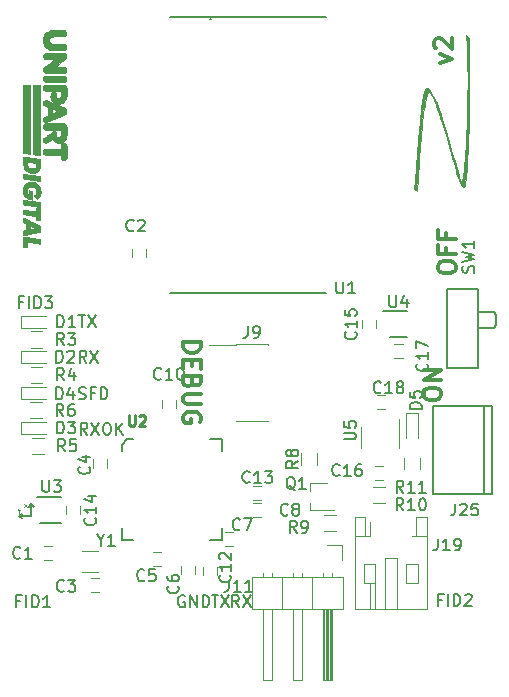
<source format=gto>
G04 #@! TF.FileFunction,Legend,Top*
%FSLAX45Y45*%
G04 Gerber Fmt 4.5, Leading zero omitted, Abs format (unit mm)*
G04 Created by KiCad (PCBNEW 4.0.7-e2-6376~61~ubuntu18.04.1) date Thu Oct  4 13:43:13 2018*
%MOMM*%
%LPD*%
G01*
G04 APERTURE LIST*
%ADD10C,0.100000*%
%ADD11C,0.300000*%
%ADD12C,0.200000*%
%ADD13C,0.010000*%
%ADD14C,0.120000*%
%ADD15C,0.150000*%
%ADD16C,0.222250*%
%ADD17C,0.304800*%
%ADD18C,0.075000*%
G04 APERTURE END LIST*
D10*
D11*
X16607857Y-8112857D02*
X16607857Y-8084286D01*
X16615000Y-8070000D01*
X16629286Y-8055714D01*
X16657857Y-8048571D01*
X16707857Y-8048571D01*
X16736429Y-8055714D01*
X16750714Y-8070000D01*
X16757857Y-8084286D01*
X16757857Y-8112857D01*
X16750714Y-8127143D01*
X16736429Y-8141428D01*
X16707857Y-8148571D01*
X16657857Y-8148571D01*
X16629286Y-8141428D01*
X16615000Y-8127143D01*
X16607857Y-8112857D01*
X16679286Y-7934286D02*
X16679286Y-7984286D01*
X16757857Y-7984286D02*
X16607857Y-7984286D01*
X16607857Y-7912857D01*
X16679286Y-7805714D02*
X16679286Y-7855714D01*
X16757857Y-7855714D02*
X16607857Y-7855714D01*
X16607857Y-7784286D01*
X16487857Y-9182857D02*
X16487857Y-9154286D01*
X16495000Y-9140000D01*
X16509286Y-9125714D01*
X16537857Y-9118572D01*
X16587857Y-9118572D01*
X16616429Y-9125714D01*
X16630714Y-9140000D01*
X16637857Y-9154286D01*
X16637857Y-9182857D01*
X16630714Y-9197143D01*
X16616429Y-9211429D01*
X16587857Y-9218572D01*
X16537857Y-9218572D01*
X16509286Y-9211429D01*
X16495000Y-9197143D01*
X16487857Y-9182857D01*
X16637857Y-9054286D02*
X16487857Y-9054286D01*
X16637857Y-8968571D01*
X16487857Y-8968571D01*
X16627857Y-6367143D02*
X16727857Y-6331428D01*
X16627857Y-6295714D01*
X16592143Y-6245714D02*
X16585000Y-6238571D01*
X16577857Y-6224286D01*
X16577857Y-6188571D01*
X16585000Y-6174286D01*
X16592143Y-6167143D01*
X16606429Y-6160000D01*
X16620714Y-6160000D01*
X16642143Y-6167143D01*
X16727857Y-6252857D01*
X16727857Y-6160000D01*
D12*
X14923333Y-10975238D02*
X14890000Y-10927619D01*
X14866190Y-10975238D02*
X14866190Y-10875238D01*
X14904286Y-10875238D01*
X14913810Y-10880000D01*
X14918571Y-10884762D01*
X14923333Y-10894286D01*
X14923333Y-10908571D01*
X14918571Y-10918095D01*
X14913810Y-10922857D01*
X14904286Y-10927619D01*
X14866190Y-10927619D01*
X14956667Y-10875238D02*
X15023333Y-10975238D01*
X15023333Y-10875238D02*
X14956667Y-10975238D01*
X14693809Y-10875238D02*
X14750952Y-10875238D01*
X14722381Y-10975238D02*
X14722381Y-10875238D01*
X14774762Y-10875238D02*
X14841429Y-10975238D01*
X14841429Y-10875238D02*
X14774762Y-10975238D01*
X14463810Y-10880000D02*
X14454286Y-10875238D01*
X14440000Y-10875238D01*
X14425714Y-10880000D01*
X14416190Y-10889524D01*
X14411429Y-10899048D01*
X14406667Y-10918095D01*
X14406667Y-10932381D01*
X14411429Y-10951429D01*
X14416190Y-10960952D01*
X14425714Y-10970476D01*
X14440000Y-10975238D01*
X14449524Y-10975238D01*
X14463810Y-10970476D01*
X14468571Y-10965714D01*
X14468571Y-10932381D01*
X14449524Y-10932381D01*
X14511429Y-10975238D02*
X14511429Y-10875238D01*
X14568571Y-10975238D01*
X14568571Y-10875238D01*
X14616190Y-10975238D02*
X14616190Y-10875238D01*
X14640000Y-10875238D01*
X14654286Y-10880000D01*
X14663810Y-10889524D01*
X14668571Y-10899048D01*
X14673333Y-10918095D01*
X14673333Y-10932381D01*
X14668571Y-10951429D01*
X14663810Y-10960952D01*
X14654286Y-10970476D01*
X14640000Y-10975238D01*
X14616190Y-10975238D01*
D11*
X14452143Y-8734286D02*
X14602143Y-8734286D01*
X14602143Y-8770000D01*
X14595000Y-8791429D01*
X14580714Y-8805714D01*
X14566429Y-8812857D01*
X14537857Y-8820000D01*
X14516429Y-8820000D01*
X14487857Y-8812857D01*
X14473571Y-8805714D01*
X14459286Y-8791429D01*
X14452143Y-8770000D01*
X14452143Y-8734286D01*
X14530714Y-8884286D02*
X14530714Y-8934286D01*
X14452143Y-8955714D02*
X14452143Y-8884286D01*
X14602143Y-8884286D01*
X14602143Y-8955714D01*
X14530714Y-9070000D02*
X14523571Y-9091429D01*
X14516429Y-9098571D01*
X14502143Y-9105714D01*
X14480714Y-9105714D01*
X14466429Y-9098571D01*
X14459286Y-9091429D01*
X14452143Y-9077143D01*
X14452143Y-9020000D01*
X14602143Y-9020000D01*
X14602143Y-9070000D01*
X14595000Y-9084286D01*
X14587857Y-9091429D01*
X14573571Y-9098571D01*
X14559286Y-9098571D01*
X14545000Y-9091429D01*
X14537857Y-9084286D01*
X14530714Y-9070000D01*
X14530714Y-9020000D01*
X14602143Y-9170000D02*
X14480714Y-9170000D01*
X14466429Y-9177143D01*
X14459286Y-9184286D01*
X14452143Y-9198571D01*
X14452143Y-9227143D01*
X14459286Y-9241429D01*
X14466429Y-9248571D01*
X14480714Y-9255714D01*
X14602143Y-9255714D01*
X14595000Y-9405714D02*
X14602143Y-9391429D01*
X14602143Y-9370000D01*
X14595000Y-9348572D01*
X14580714Y-9334286D01*
X14566429Y-9327143D01*
X14537857Y-9320000D01*
X14516429Y-9320000D01*
X14487857Y-9327143D01*
X14473571Y-9334286D01*
X14459286Y-9348572D01*
X14452143Y-9370000D01*
X14452143Y-9384286D01*
X14459286Y-9405714D01*
X14466429Y-9412857D01*
X14516429Y-9412857D01*
X14516429Y-9384286D01*
D12*
X13568571Y-9210476D02*
X13582857Y-9215238D01*
X13606667Y-9215238D01*
X13616190Y-9210476D01*
X13620952Y-9205714D01*
X13625714Y-9196191D01*
X13625714Y-9186667D01*
X13620952Y-9177143D01*
X13616190Y-9172381D01*
X13606667Y-9167619D01*
X13587619Y-9162857D01*
X13578095Y-9158095D01*
X13573333Y-9153333D01*
X13568571Y-9143810D01*
X13568571Y-9134286D01*
X13573333Y-9124762D01*
X13578095Y-9120000D01*
X13587619Y-9115238D01*
X13611429Y-9115238D01*
X13625714Y-9120000D01*
X13701905Y-9162857D02*
X13668571Y-9162857D01*
X13668571Y-9215238D02*
X13668571Y-9115238D01*
X13716190Y-9115238D01*
X13754286Y-9215238D02*
X13754286Y-9115238D01*
X13778095Y-9115238D01*
X13792381Y-9120000D01*
X13801905Y-9129524D01*
X13806667Y-9139048D01*
X13811429Y-9158095D01*
X13811429Y-9172381D01*
X13806667Y-9191429D01*
X13801905Y-9200952D01*
X13792381Y-9210476D01*
X13778095Y-9215238D01*
X13754286Y-9215238D01*
X13640952Y-9515238D02*
X13607619Y-9467619D01*
X13583809Y-9515238D02*
X13583809Y-9415238D01*
X13621905Y-9415238D01*
X13631429Y-9420000D01*
X13636190Y-9424762D01*
X13640952Y-9434286D01*
X13640952Y-9448571D01*
X13636190Y-9458095D01*
X13631429Y-9462857D01*
X13621905Y-9467619D01*
X13583809Y-9467619D01*
X13674286Y-9415238D02*
X13740952Y-9515238D01*
X13740952Y-9415238D02*
X13674286Y-9515238D01*
X13798095Y-9415238D02*
X13817143Y-9415238D01*
X13826667Y-9420000D01*
X13836190Y-9429524D01*
X13840952Y-9448571D01*
X13840952Y-9481905D01*
X13836190Y-9500952D01*
X13826667Y-9510476D01*
X13817143Y-9515238D01*
X13798095Y-9515238D01*
X13788571Y-9510476D01*
X13779048Y-9500952D01*
X13774286Y-9481905D01*
X13774286Y-9448571D01*
X13779048Y-9429524D01*
X13788571Y-9420000D01*
X13798095Y-9415238D01*
X13883809Y-9515238D02*
X13883809Y-9415238D01*
X13940952Y-9515238D02*
X13898095Y-9458095D01*
X13940952Y-9415238D02*
X13883809Y-9472381D01*
X13633333Y-8905238D02*
X13600000Y-8857619D01*
X13576190Y-8905238D02*
X13576190Y-8805238D01*
X13614286Y-8805238D01*
X13623810Y-8810000D01*
X13628571Y-8814762D01*
X13633333Y-8824286D01*
X13633333Y-8838571D01*
X13628571Y-8848095D01*
X13623810Y-8852857D01*
X13614286Y-8857619D01*
X13576190Y-8857619D01*
X13666667Y-8805238D02*
X13733333Y-8905238D01*
X13733333Y-8805238D02*
X13666667Y-8905238D01*
X13563809Y-8505238D02*
X13620952Y-8505238D01*
X13592381Y-8605238D02*
X13592381Y-8505238D01*
X13644762Y-8505238D02*
X13711429Y-8605238D01*
X13711429Y-8505238D02*
X13644762Y-8605238D01*
D13*
G36*
X13244762Y-7468136D02*
X13243137Y-7477937D01*
X13240285Y-7486808D01*
X13236080Y-7495156D01*
X13231691Y-7501690D01*
X13229081Y-7504852D01*
X13225840Y-7508271D01*
X13222309Y-7511647D01*
X13218828Y-7514678D01*
X13215740Y-7517064D01*
X13213385Y-7518505D01*
X13212272Y-7518779D01*
X13211315Y-7517901D01*
X13209445Y-7515639D01*
X13206870Y-7512264D01*
X13203799Y-7508048D01*
X13200950Y-7504000D01*
X13190895Y-7489500D01*
X13193198Y-7488000D01*
X13198484Y-7483800D01*
X13203185Y-7478664D01*
X13206642Y-7473317D01*
X13206730Y-7473141D01*
X13208006Y-7470343D01*
X13208820Y-7467834D01*
X13209272Y-7465019D01*
X13209464Y-7461304D01*
X13209500Y-7457000D01*
X13209443Y-7452010D01*
X13209206Y-7448411D01*
X13208686Y-7445593D01*
X13207781Y-7442948D01*
X13206766Y-7440664D01*
X13202266Y-7432924D01*
X13196640Y-7426691D01*
X13189679Y-7421779D01*
X13181171Y-7418004D01*
X13180946Y-7417925D01*
X13174360Y-7416312D01*
X13166962Y-7415581D01*
X13159461Y-7415730D01*
X13152565Y-7416759D01*
X13148581Y-7417961D01*
X13141477Y-7421726D01*
X13135709Y-7426829D01*
X13131367Y-7433045D01*
X13128542Y-7440145D01*
X13127325Y-7447904D01*
X13127808Y-7456094D01*
X13130000Y-7464270D01*
X13132967Y-7469719D01*
X13137515Y-7474842D01*
X13141973Y-7478351D01*
X13143767Y-7479472D01*
X13145075Y-7479937D01*
X13145972Y-7479524D01*
X13146536Y-7478013D01*
X13146844Y-7475184D01*
X13146973Y-7470817D01*
X13147000Y-7464691D01*
X13147000Y-7464000D01*
X13147051Y-7458598D01*
X13147191Y-7453975D01*
X13147403Y-7450465D01*
X13147669Y-7448404D01*
X13147861Y-7448000D01*
X13149123Y-7448145D01*
X13151962Y-7448542D01*
X13155978Y-7449133D01*
X13160771Y-7449860D01*
X13161611Y-7449989D01*
X13166482Y-7450733D01*
X13170629Y-7451353D01*
X13173657Y-7451789D01*
X13175172Y-7451984D01*
X13175250Y-7451989D01*
X13175421Y-7452955D01*
X13175578Y-7455699D01*
X13175717Y-7459999D01*
X13175834Y-7465634D01*
X13175922Y-7472383D01*
X13175979Y-7480023D01*
X13176000Y-7488333D01*
X13176000Y-7488500D01*
X13175986Y-7496820D01*
X13175945Y-7504475D01*
X13175882Y-7511241D01*
X13175798Y-7516899D01*
X13175699Y-7521225D01*
X13175586Y-7523999D01*
X13175463Y-7525000D01*
X13175461Y-7525000D01*
X13172042Y-7524788D01*
X13167287Y-7524218D01*
X13161804Y-7523390D01*
X13156204Y-7522403D01*
X13151097Y-7521358D01*
X13147173Y-7520377D01*
X13136850Y-7516776D01*
X13127934Y-7512269D01*
X13119935Y-7506572D01*
X13114347Y-7501456D01*
X13107454Y-7493540D01*
X13102141Y-7485090D01*
X13098300Y-7475836D01*
X13095822Y-7465511D01*
X13094602Y-7453846D01*
X13094521Y-7452000D01*
X13094430Y-7446712D01*
X13094513Y-7441514D01*
X13094751Y-7437106D01*
X13095008Y-7434814D01*
X13097580Y-7422883D01*
X13101307Y-7412433D01*
X13106286Y-7403246D01*
X13112614Y-7395106D01*
X13112866Y-7394833D01*
X13120868Y-7387621D01*
X13130014Y-7381938D01*
X13140115Y-7377822D01*
X13150979Y-7375311D01*
X13162417Y-7374444D01*
X13174238Y-7375259D01*
X13186252Y-7377796D01*
X13190449Y-7379092D01*
X13202616Y-7384107D01*
X13213356Y-7390504D01*
X13222623Y-7398217D01*
X13230371Y-7407180D01*
X13236553Y-7417328D01*
X13241124Y-7428595D01*
X13244038Y-7440914D01*
X13245247Y-7454222D01*
X13245281Y-7457000D01*
X13244762Y-7468136D01*
X13244762Y-7468136D01*
G37*
X13244762Y-7468136D02*
X13243137Y-7477937D01*
X13240285Y-7486808D01*
X13236080Y-7495156D01*
X13231691Y-7501690D01*
X13229081Y-7504852D01*
X13225840Y-7508271D01*
X13222309Y-7511647D01*
X13218828Y-7514678D01*
X13215740Y-7517064D01*
X13213385Y-7518505D01*
X13212272Y-7518779D01*
X13211315Y-7517901D01*
X13209445Y-7515639D01*
X13206870Y-7512264D01*
X13203799Y-7508048D01*
X13200950Y-7504000D01*
X13190895Y-7489500D01*
X13193198Y-7488000D01*
X13198484Y-7483800D01*
X13203185Y-7478664D01*
X13206642Y-7473317D01*
X13206730Y-7473141D01*
X13208006Y-7470343D01*
X13208820Y-7467834D01*
X13209272Y-7465019D01*
X13209464Y-7461304D01*
X13209500Y-7457000D01*
X13209443Y-7452010D01*
X13209206Y-7448411D01*
X13208686Y-7445593D01*
X13207781Y-7442948D01*
X13206766Y-7440664D01*
X13202266Y-7432924D01*
X13196640Y-7426691D01*
X13189679Y-7421779D01*
X13181171Y-7418004D01*
X13180946Y-7417925D01*
X13174360Y-7416312D01*
X13166962Y-7415581D01*
X13159461Y-7415730D01*
X13152565Y-7416759D01*
X13148581Y-7417961D01*
X13141477Y-7421726D01*
X13135709Y-7426829D01*
X13131367Y-7433045D01*
X13128542Y-7440145D01*
X13127325Y-7447904D01*
X13127808Y-7456094D01*
X13130000Y-7464270D01*
X13132967Y-7469719D01*
X13137515Y-7474842D01*
X13141973Y-7478351D01*
X13143767Y-7479472D01*
X13145075Y-7479937D01*
X13145972Y-7479524D01*
X13146536Y-7478013D01*
X13146844Y-7475184D01*
X13146973Y-7470817D01*
X13147000Y-7464691D01*
X13147000Y-7464000D01*
X13147051Y-7458598D01*
X13147191Y-7453975D01*
X13147403Y-7450465D01*
X13147669Y-7448404D01*
X13147861Y-7448000D01*
X13149123Y-7448145D01*
X13151962Y-7448542D01*
X13155978Y-7449133D01*
X13160771Y-7449860D01*
X13161611Y-7449989D01*
X13166482Y-7450733D01*
X13170629Y-7451353D01*
X13173657Y-7451789D01*
X13175172Y-7451984D01*
X13175250Y-7451989D01*
X13175421Y-7452955D01*
X13175578Y-7455699D01*
X13175717Y-7459999D01*
X13175834Y-7465634D01*
X13175922Y-7472383D01*
X13175979Y-7480023D01*
X13176000Y-7488333D01*
X13176000Y-7488500D01*
X13175986Y-7496820D01*
X13175945Y-7504475D01*
X13175882Y-7511241D01*
X13175798Y-7516899D01*
X13175699Y-7521225D01*
X13175586Y-7523999D01*
X13175463Y-7525000D01*
X13175461Y-7525000D01*
X13172042Y-7524788D01*
X13167287Y-7524218D01*
X13161804Y-7523390D01*
X13156204Y-7522403D01*
X13151097Y-7521358D01*
X13147173Y-7520377D01*
X13136850Y-7516776D01*
X13127934Y-7512269D01*
X13119935Y-7506572D01*
X13114347Y-7501456D01*
X13107454Y-7493540D01*
X13102141Y-7485090D01*
X13098300Y-7475836D01*
X13095822Y-7465511D01*
X13094602Y-7453846D01*
X13094521Y-7452000D01*
X13094430Y-7446712D01*
X13094513Y-7441514D01*
X13094751Y-7437106D01*
X13095008Y-7434814D01*
X13097580Y-7422883D01*
X13101307Y-7412433D01*
X13106286Y-7403246D01*
X13112614Y-7395106D01*
X13112866Y-7394833D01*
X13120868Y-7387621D01*
X13130014Y-7381938D01*
X13140115Y-7377822D01*
X13150979Y-7375311D01*
X13162417Y-7374444D01*
X13174238Y-7375259D01*
X13186252Y-7377796D01*
X13190449Y-7379092D01*
X13202616Y-7384107D01*
X13213356Y-7390504D01*
X13222623Y-7398217D01*
X13230371Y-7407180D01*
X13236553Y-7417328D01*
X13241124Y-7428595D01*
X13244038Y-7440914D01*
X13245247Y-7454222D01*
X13245281Y-7457000D01*
X13244762Y-7468136D01*
G36*
X13241990Y-7355367D02*
X13241943Y-7360292D01*
X13241833Y-7363740D01*
X13241634Y-7365973D01*
X13241321Y-7367252D01*
X13240867Y-7367840D01*
X13240247Y-7367997D01*
X13240097Y-7368000D01*
X13238814Y-7367847D01*
X13235719Y-7367406D01*
X13230974Y-7366702D01*
X13224744Y-7365759D01*
X13217191Y-7364603D01*
X13208479Y-7363259D01*
X13198770Y-7361752D01*
X13188227Y-7360106D01*
X13177015Y-7358348D01*
X13168455Y-7357000D01*
X13156887Y-7355177D01*
X13145895Y-7353449D01*
X13135639Y-7351840D01*
X13126278Y-7350375D01*
X13117974Y-7349079D01*
X13110884Y-7347977D01*
X13105171Y-7347095D01*
X13100993Y-7346456D01*
X13098511Y-7346086D01*
X13097858Y-7346000D01*
X13097594Y-7345050D01*
X13097363Y-7342404D01*
X13097178Y-7338365D01*
X13097053Y-7333234D01*
X13097001Y-7327317D01*
X13097000Y-7326500D01*
X13097030Y-7319432D01*
X13097130Y-7314164D01*
X13097312Y-7310493D01*
X13097590Y-7308220D01*
X13097975Y-7307145D01*
X13098250Y-7306991D01*
X13099421Y-7307142D01*
X13102407Y-7307580D01*
X13107051Y-7308280D01*
X13113192Y-7309220D01*
X13120671Y-7310372D01*
X13129328Y-7311714D01*
X13139005Y-7313221D01*
X13149542Y-7314867D01*
X13160779Y-7316628D01*
X13170750Y-7318195D01*
X13242000Y-7329407D01*
X13242000Y-7348704D01*
X13241990Y-7355367D01*
X13241990Y-7355367D01*
G37*
X13241990Y-7355367D02*
X13241943Y-7360292D01*
X13241833Y-7363740D01*
X13241634Y-7365973D01*
X13241321Y-7367252D01*
X13240867Y-7367840D01*
X13240247Y-7367997D01*
X13240097Y-7368000D01*
X13238814Y-7367847D01*
X13235719Y-7367406D01*
X13230974Y-7366702D01*
X13224744Y-7365759D01*
X13217191Y-7364603D01*
X13208479Y-7363259D01*
X13198770Y-7361752D01*
X13188227Y-7360106D01*
X13177015Y-7358348D01*
X13168455Y-7357000D01*
X13156887Y-7355177D01*
X13145895Y-7353449D01*
X13135639Y-7351840D01*
X13126278Y-7350375D01*
X13117974Y-7349079D01*
X13110884Y-7347977D01*
X13105171Y-7347095D01*
X13100993Y-7346456D01*
X13098511Y-7346086D01*
X13097858Y-7346000D01*
X13097594Y-7345050D01*
X13097363Y-7342404D01*
X13097178Y-7338365D01*
X13097053Y-7333234D01*
X13097001Y-7327317D01*
X13097000Y-7326500D01*
X13097030Y-7319432D01*
X13097130Y-7314164D01*
X13097312Y-7310493D01*
X13097590Y-7308220D01*
X13097975Y-7307145D01*
X13098250Y-7306991D01*
X13099421Y-7307142D01*
X13102407Y-7307580D01*
X13107051Y-7308280D01*
X13113192Y-7309220D01*
X13120671Y-7310372D01*
X13129328Y-7311714D01*
X13139005Y-7313221D01*
X13149542Y-7314867D01*
X13160779Y-7316628D01*
X13170750Y-7318195D01*
X13242000Y-7329407D01*
X13242000Y-7348704D01*
X13241990Y-7355367D01*
G36*
X13241993Y-7575387D02*
X13241953Y-7580297D01*
X13241851Y-7583732D01*
X13241658Y-7585957D01*
X13241348Y-7587233D01*
X13240890Y-7587824D01*
X13240256Y-7587992D01*
X13239915Y-7588000D01*
X13238602Y-7587848D01*
X13235476Y-7587407D01*
X13230702Y-7586704D01*
X13224444Y-7585762D01*
X13216864Y-7584608D01*
X13208127Y-7583265D01*
X13198395Y-7581759D01*
X13187833Y-7580116D01*
X13176603Y-7578359D01*
X13167955Y-7577000D01*
X13156385Y-7575180D01*
X13145399Y-7573454D01*
X13135155Y-7571846D01*
X13125812Y-7570383D01*
X13117529Y-7569088D01*
X13110465Y-7567986D01*
X13104779Y-7567103D01*
X13100629Y-7566462D01*
X13098174Y-7566089D01*
X13097540Y-7566000D01*
X13097333Y-7565062D01*
X13097177Y-7562494D01*
X13097072Y-7558666D01*
X13097015Y-7553946D01*
X13097004Y-7548705D01*
X13097037Y-7543312D01*
X13097112Y-7538136D01*
X13097227Y-7533547D01*
X13097380Y-7529914D01*
X13097570Y-7527606D01*
X13097750Y-7526962D01*
X13098837Y-7527108D01*
X13101742Y-7527540D01*
X13106307Y-7528236D01*
X13112377Y-7529169D01*
X13119793Y-7530316D01*
X13128397Y-7531653D01*
X13138033Y-7533155D01*
X13148544Y-7534798D01*
X13159771Y-7536557D01*
X13170250Y-7538203D01*
X13242000Y-7549480D01*
X13242000Y-7568740D01*
X13241993Y-7575387D01*
X13241993Y-7575387D01*
G37*
X13241993Y-7575387D02*
X13241953Y-7580297D01*
X13241851Y-7583732D01*
X13241658Y-7585957D01*
X13241348Y-7587233D01*
X13240890Y-7587824D01*
X13240256Y-7587992D01*
X13239915Y-7588000D01*
X13238602Y-7587848D01*
X13235476Y-7587407D01*
X13230702Y-7586704D01*
X13224444Y-7585762D01*
X13216864Y-7584608D01*
X13208127Y-7583265D01*
X13198395Y-7581759D01*
X13187833Y-7580116D01*
X13176603Y-7578359D01*
X13167955Y-7577000D01*
X13156385Y-7575180D01*
X13145399Y-7573454D01*
X13135155Y-7571846D01*
X13125812Y-7570383D01*
X13117529Y-7569088D01*
X13110465Y-7567986D01*
X13104779Y-7567103D01*
X13100629Y-7566462D01*
X13098174Y-7566089D01*
X13097540Y-7566000D01*
X13097333Y-7565062D01*
X13097177Y-7562494D01*
X13097072Y-7558666D01*
X13097015Y-7553946D01*
X13097004Y-7548705D01*
X13097037Y-7543312D01*
X13097112Y-7538136D01*
X13097227Y-7533547D01*
X13097380Y-7529914D01*
X13097570Y-7527606D01*
X13097750Y-7526962D01*
X13098837Y-7527108D01*
X13101742Y-7527540D01*
X13106307Y-7528236D01*
X13112377Y-7529169D01*
X13119793Y-7530316D01*
X13128397Y-7531653D01*
X13138033Y-7533155D01*
X13148544Y-7534798D01*
X13159771Y-7536557D01*
X13170250Y-7538203D01*
X13242000Y-7549480D01*
X13242000Y-7568740D01*
X13241993Y-7575387D01*
G36*
X13239870Y-7702000D02*
X13238176Y-7701840D01*
X13234983Y-7701412D01*
X13230766Y-7700788D01*
X13225997Y-7700046D01*
X13221148Y-7699258D01*
X13216693Y-7698501D01*
X13213103Y-7697848D01*
X13211250Y-7697470D01*
X13210396Y-7697211D01*
X13209790Y-7696682D01*
X13209392Y-7695577D01*
X13209156Y-7693592D01*
X13209041Y-7690425D01*
X13209003Y-7685770D01*
X13209000Y-7681560D01*
X13209000Y-7666159D01*
X13206250Y-7665585D01*
X13204746Y-7665320D01*
X13201465Y-7664775D01*
X13196605Y-7663981D01*
X13190366Y-7662972D01*
X13182946Y-7661779D01*
X13174544Y-7660434D01*
X13165357Y-7658968D01*
X13155586Y-7657415D01*
X13153000Y-7657005D01*
X13143110Y-7655434D01*
X13133754Y-7653943D01*
X13125131Y-7652563D01*
X13117439Y-7651327D01*
X13110877Y-7650267D01*
X13105643Y-7649414D01*
X13101937Y-7648801D01*
X13099956Y-7648460D01*
X13099750Y-7648420D01*
X13097000Y-7647841D01*
X13097000Y-7628920D01*
X13097013Y-7622316D01*
X13097067Y-7617450D01*
X13097188Y-7614059D01*
X13097400Y-7611881D01*
X13097727Y-7610653D01*
X13098195Y-7610114D01*
X13098777Y-7610000D01*
X13100078Y-7610154D01*
X13103166Y-7610597D01*
X13107851Y-7611300D01*
X13113946Y-7612234D01*
X13121263Y-7613370D01*
X13129613Y-7614677D01*
X13138808Y-7616129D01*
X13148660Y-7617694D01*
X13153708Y-7618500D01*
X13163787Y-7620109D01*
X13173281Y-7621618D01*
X13182003Y-7622999D01*
X13189770Y-7624222D01*
X13196396Y-7625259D01*
X13201695Y-7626080D01*
X13205484Y-7626657D01*
X13207577Y-7626960D01*
X13207930Y-7627000D01*
X13208397Y-7626015D01*
X13208730Y-7623057D01*
X13208931Y-7618118D01*
X13209000Y-7611190D01*
X13209000Y-7595050D01*
X13211750Y-7595579D01*
X13213741Y-7595935D01*
X13217244Y-7596537D01*
X13221799Y-7597306D01*
X13226945Y-7598164D01*
X13228000Y-7598338D01*
X13241500Y-7600569D01*
X13242018Y-7702000D01*
X13239870Y-7702000D01*
X13239870Y-7702000D01*
G37*
X13239870Y-7702000D02*
X13238176Y-7701840D01*
X13234983Y-7701412D01*
X13230766Y-7700788D01*
X13225997Y-7700046D01*
X13221148Y-7699258D01*
X13216693Y-7698501D01*
X13213103Y-7697848D01*
X13211250Y-7697470D01*
X13210396Y-7697211D01*
X13209790Y-7696682D01*
X13209392Y-7695577D01*
X13209156Y-7693592D01*
X13209041Y-7690425D01*
X13209003Y-7685770D01*
X13209000Y-7681560D01*
X13209000Y-7666159D01*
X13206250Y-7665585D01*
X13204746Y-7665320D01*
X13201465Y-7664775D01*
X13196605Y-7663981D01*
X13190366Y-7662972D01*
X13182946Y-7661779D01*
X13174544Y-7660434D01*
X13165357Y-7658968D01*
X13155586Y-7657415D01*
X13153000Y-7657005D01*
X13143110Y-7655434D01*
X13133754Y-7653943D01*
X13125131Y-7652563D01*
X13117439Y-7651327D01*
X13110877Y-7650267D01*
X13105643Y-7649414D01*
X13101937Y-7648801D01*
X13099956Y-7648460D01*
X13099750Y-7648420D01*
X13097000Y-7647841D01*
X13097000Y-7628920D01*
X13097013Y-7622316D01*
X13097067Y-7617450D01*
X13097188Y-7614059D01*
X13097400Y-7611881D01*
X13097727Y-7610653D01*
X13098195Y-7610114D01*
X13098777Y-7610000D01*
X13100078Y-7610154D01*
X13103166Y-7610597D01*
X13107851Y-7611300D01*
X13113946Y-7612234D01*
X13121263Y-7613370D01*
X13129613Y-7614677D01*
X13138808Y-7616129D01*
X13148660Y-7617694D01*
X13153708Y-7618500D01*
X13163787Y-7620109D01*
X13173281Y-7621618D01*
X13182003Y-7622999D01*
X13189770Y-7624222D01*
X13196396Y-7625259D01*
X13201695Y-7626080D01*
X13205484Y-7626657D01*
X13207577Y-7626960D01*
X13207930Y-7627000D01*
X13208397Y-7626015D01*
X13208730Y-7623057D01*
X13208931Y-7618118D01*
X13209000Y-7611190D01*
X13209000Y-7595050D01*
X13211750Y-7595579D01*
X13213741Y-7595935D01*
X13217244Y-7596537D01*
X13221799Y-7597306D01*
X13226945Y-7598164D01*
X13228000Y-7598338D01*
X13241500Y-7600569D01*
X13242018Y-7702000D01*
X13239870Y-7702000D01*
G36*
X13239750Y-7797494D02*
X13237348Y-7798036D01*
X13233313Y-7798916D01*
X13227835Y-7800093D01*
X13221106Y-7801528D01*
X13213315Y-7803181D01*
X13204653Y-7805011D01*
X13195311Y-7806980D01*
X13185480Y-7809047D01*
X13175351Y-7811172D01*
X13165113Y-7813315D01*
X13154958Y-7815437D01*
X13145077Y-7817498D01*
X13135659Y-7819457D01*
X13126896Y-7821275D01*
X13118978Y-7822912D01*
X13112097Y-7824328D01*
X13106442Y-7825483D01*
X13102204Y-7826338D01*
X13099575Y-7826852D01*
X13098750Y-7826991D01*
X13098140Y-7826852D01*
X13097690Y-7826252D01*
X13097376Y-7824932D01*
X13097174Y-7822629D01*
X13097060Y-7819083D01*
X13097010Y-7814032D01*
X13097000Y-7808019D01*
X13097006Y-7801427D01*
X13097045Y-7796562D01*
X13097148Y-7793152D01*
X13097347Y-7790925D01*
X13097674Y-7789608D01*
X13098159Y-7788929D01*
X13098834Y-7788614D01*
X13099250Y-7788509D01*
X13102466Y-7787769D01*
X13106531Y-7786854D01*
X13111006Y-7785862D01*
X13115453Y-7784887D01*
X13119431Y-7784026D01*
X13122502Y-7783376D01*
X13124229Y-7783031D01*
X13124440Y-7783000D01*
X13124592Y-7782044D01*
X13124728Y-7779353D01*
X13124842Y-7775193D01*
X13124930Y-7769828D01*
X13124984Y-7763524D01*
X13125000Y-7757507D01*
X13125000Y-7732013D01*
X13111000Y-7725000D01*
X13097000Y-7717987D01*
X13097000Y-7697493D01*
X13097043Y-7689762D01*
X13097174Y-7683938D01*
X13097398Y-7679932D01*
X13097720Y-7677651D01*
X13098102Y-7677000D01*
X13099146Y-7677441D01*
X13101838Y-7678718D01*
X13106042Y-7680764D01*
X13111620Y-7683512D01*
X13118438Y-7686892D01*
X13126358Y-7690838D01*
X13135245Y-7695282D01*
X13144962Y-7700155D01*
X13155373Y-7705391D01*
X13156677Y-7706048D01*
X13156677Y-7747000D01*
X13156446Y-7747943D01*
X13156248Y-7750548D01*
X13156100Y-7754475D01*
X13156015Y-7759385D01*
X13156000Y-7762608D01*
X13156000Y-7778217D01*
X13158250Y-7777671D01*
X13159799Y-7777347D01*
X13162968Y-7776719D01*
X13167415Y-7775854D01*
X13172793Y-7774817D01*
X13178759Y-7773675D01*
X13184967Y-7772493D01*
X13191074Y-7771338D01*
X13196735Y-7770275D01*
X13201605Y-7769370D01*
X13202500Y-7769206D01*
X13206500Y-7768471D01*
X13200000Y-7766125D01*
X13197013Y-7764951D01*
X13192636Y-7763103D01*
X13187285Y-7760765D01*
X13181376Y-7758117D01*
X13175427Y-7755389D01*
X13169874Y-7752827D01*
X13164943Y-7750580D01*
X13160920Y-7748777D01*
X13158091Y-7747545D01*
X13156739Y-7747012D01*
X13156677Y-7747000D01*
X13156677Y-7706048D01*
X13166342Y-7710921D01*
X13170602Y-7713072D01*
X13242000Y-7749145D01*
X13242000Y-7796962D01*
X13239750Y-7797494D01*
X13239750Y-7797494D01*
G37*
X13239750Y-7797494D02*
X13237348Y-7798036D01*
X13233313Y-7798916D01*
X13227835Y-7800093D01*
X13221106Y-7801528D01*
X13213315Y-7803181D01*
X13204653Y-7805011D01*
X13195311Y-7806980D01*
X13185480Y-7809047D01*
X13175351Y-7811172D01*
X13165113Y-7813315D01*
X13154958Y-7815437D01*
X13145077Y-7817498D01*
X13135659Y-7819457D01*
X13126896Y-7821275D01*
X13118978Y-7822912D01*
X13112097Y-7824328D01*
X13106442Y-7825483D01*
X13102204Y-7826338D01*
X13099575Y-7826852D01*
X13098750Y-7826991D01*
X13098140Y-7826852D01*
X13097690Y-7826252D01*
X13097376Y-7824932D01*
X13097174Y-7822629D01*
X13097060Y-7819083D01*
X13097010Y-7814032D01*
X13097000Y-7808019D01*
X13097006Y-7801427D01*
X13097045Y-7796562D01*
X13097148Y-7793152D01*
X13097347Y-7790925D01*
X13097674Y-7789608D01*
X13098159Y-7788929D01*
X13098834Y-7788614D01*
X13099250Y-7788509D01*
X13102466Y-7787769D01*
X13106531Y-7786854D01*
X13111006Y-7785862D01*
X13115453Y-7784887D01*
X13119431Y-7784026D01*
X13122502Y-7783376D01*
X13124229Y-7783031D01*
X13124440Y-7783000D01*
X13124592Y-7782044D01*
X13124728Y-7779353D01*
X13124842Y-7775193D01*
X13124930Y-7769828D01*
X13124984Y-7763524D01*
X13125000Y-7757507D01*
X13125000Y-7732013D01*
X13111000Y-7725000D01*
X13097000Y-7717987D01*
X13097000Y-7697493D01*
X13097043Y-7689762D01*
X13097174Y-7683938D01*
X13097398Y-7679932D01*
X13097720Y-7677651D01*
X13098102Y-7677000D01*
X13099146Y-7677441D01*
X13101838Y-7678718D01*
X13106042Y-7680764D01*
X13111620Y-7683512D01*
X13118438Y-7686892D01*
X13126358Y-7690838D01*
X13135245Y-7695282D01*
X13144962Y-7700155D01*
X13155373Y-7705391D01*
X13156677Y-7706048D01*
X13156677Y-7747000D01*
X13156446Y-7747943D01*
X13156248Y-7750548D01*
X13156100Y-7754475D01*
X13156015Y-7759385D01*
X13156000Y-7762608D01*
X13156000Y-7778217D01*
X13158250Y-7777671D01*
X13159799Y-7777347D01*
X13162968Y-7776719D01*
X13167415Y-7775854D01*
X13172793Y-7774817D01*
X13178759Y-7773675D01*
X13184967Y-7772493D01*
X13191074Y-7771338D01*
X13196735Y-7770275D01*
X13201605Y-7769370D01*
X13202500Y-7769206D01*
X13206500Y-7768471D01*
X13200000Y-7766125D01*
X13197013Y-7764951D01*
X13192636Y-7763103D01*
X13187285Y-7760765D01*
X13181376Y-7758117D01*
X13175427Y-7755389D01*
X13169874Y-7752827D01*
X13164943Y-7750580D01*
X13160920Y-7748777D01*
X13158091Y-7747545D01*
X13156739Y-7747012D01*
X13156677Y-7747000D01*
X13156677Y-7706048D01*
X13166342Y-7710921D01*
X13170602Y-7713072D01*
X13242000Y-7749145D01*
X13242000Y-7796962D01*
X13239750Y-7797494D01*
G36*
X13241765Y-7892953D02*
X13241571Y-7896699D01*
X13241246Y-7898656D01*
X13240969Y-7899000D01*
X13239788Y-7898850D01*
X13236855Y-7898422D01*
X13232395Y-7897751D01*
X13226632Y-7896874D01*
X13219791Y-7895823D01*
X13212095Y-7894636D01*
X13203769Y-7893345D01*
X13195037Y-7891988D01*
X13186123Y-7890598D01*
X13177252Y-7889210D01*
X13168647Y-7887859D01*
X13160533Y-7886582D01*
X13153134Y-7885411D01*
X13146674Y-7884383D01*
X13141378Y-7883533D01*
X13137469Y-7882894D01*
X13135173Y-7882504D01*
X13134750Y-7882423D01*
X13132000Y-7881841D01*
X13132000Y-7929950D01*
X13129250Y-7929471D01*
X13127219Y-7929130D01*
X13123701Y-7928554D01*
X13119186Y-7927821D01*
X13114162Y-7927011D01*
X13114000Y-7926985D01*
X13109028Y-7926175D01*
X13104610Y-7925435D01*
X13101211Y-7924843D01*
X13099298Y-7924480D01*
X13099250Y-7924470D01*
X13097000Y-7923962D01*
X13097000Y-7837877D01*
X13101369Y-7838533D01*
X13103082Y-7838797D01*
X13106596Y-7839347D01*
X13111739Y-7840154D01*
X13118338Y-7841191D01*
X13126217Y-7842431D01*
X13135205Y-7843847D01*
X13145127Y-7845411D01*
X13155810Y-7847097D01*
X13167081Y-7848876D01*
X13173619Y-7849908D01*
X13241500Y-7860628D01*
X13241772Y-7879814D01*
X13241831Y-7887347D01*
X13241765Y-7892953D01*
X13241765Y-7892953D01*
G37*
X13241765Y-7892953D02*
X13241571Y-7896699D01*
X13241246Y-7898656D01*
X13240969Y-7899000D01*
X13239788Y-7898850D01*
X13236855Y-7898422D01*
X13232395Y-7897751D01*
X13226632Y-7896874D01*
X13219791Y-7895823D01*
X13212095Y-7894636D01*
X13203769Y-7893345D01*
X13195037Y-7891988D01*
X13186123Y-7890598D01*
X13177252Y-7889210D01*
X13168647Y-7887859D01*
X13160533Y-7886582D01*
X13153134Y-7885411D01*
X13146674Y-7884383D01*
X13141378Y-7883533D01*
X13137469Y-7882894D01*
X13135173Y-7882504D01*
X13134750Y-7882423D01*
X13132000Y-7881841D01*
X13132000Y-7929950D01*
X13129250Y-7929471D01*
X13127219Y-7929130D01*
X13123701Y-7928554D01*
X13119186Y-7927821D01*
X13114162Y-7927011D01*
X13114000Y-7926985D01*
X13109028Y-7926175D01*
X13104610Y-7925435D01*
X13101211Y-7924843D01*
X13099298Y-7924480D01*
X13099250Y-7924470D01*
X13097000Y-7923962D01*
X13097000Y-7837877D01*
X13101369Y-7838533D01*
X13103082Y-7838797D01*
X13106596Y-7839347D01*
X13111739Y-7840154D01*
X13118338Y-7841191D01*
X13126217Y-7842431D01*
X13135205Y-7843847D01*
X13145127Y-7845411D01*
X13155810Y-7847097D01*
X13167081Y-7848876D01*
X13173619Y-7849908D01*
X13241500Y-7860628D01*
X13241772Y-7879814D01*
X13241831Y-7887347D01*
X13241765Y-7892953D01*
G36*
X13157999Y-6875227D02*
X13157994Y-6902905D01*
X13157986Y-6928698D01*
X13157974Y-6952665D01*
X13157959Y-6974862D01*
X13157939Y-6995349D01*
X13157915Y-7014181D01*
X13157887Y-7031418D01*
X13157853Y-7047117D01*
X13157815Y-7061336D01*
X13157771Y-7074133D01*
X13157721Y-7085564D01*
X13157666Y-7095689D01*
X13157605Y-7104564D01*
X13157537Y-7112248D01*
X13157463Y-7118798D01*
X13157381Y-7124272D01*
X13157293Y-7128728D01*
X13157197Y-7132223D01*
X13157094Y-7134816D01*
X13156983Y-7136563D01*
X13156864Y-7137524D01*
X13156750Y-7137763D01*
X13155474Y-7137501D01*
X13152480Y-7136984D01*
X13148028Y-7136253D01*
X13142378Y-7135351D01*
X13135790Y-7134318D01*
X13128525Y-7133197D01*
X13126750Y-7132925D01*
X13098000Y-7128539D01*
X13098000Y-6553000D01*
X13158000Y-6553000D01*
X13158000Y-6845607D01*
X13157999Y-6875227D01*
X13157999Y-6875227D01*
G37*
X13157999Y-6875227D02*
X13157994Y-6902905D01*
X13157986Y-6928698D01*
X13157974Y-6952665D01*
X13157959Y-6974862D01*
X13157939Y-6995349D01*
X13157915Y-7014181D01*
X13157887Y-7031418D01*
X13157853Y-7047117D01*
X13157815Y-7061336D01*
X13157771Y-7074133D01*
X13157721Y-7085564D01*
X13157666Y-7095689D01*
X13157605Y-7104564D01*
X13157537Y-7112248D01*
X13157463Y-7118798D01*
X13157381Y-7124272D01*
X13157293Y-7128728D01*
X13157197Y-7132223D01*
X13157094Y-7134816D01*
X13156983Y-7136563D01*
X13156864Y-7137524D01*
X13156750Y-7137763D01*
X13155474Y-7137501D01*
X13152480Y-7136984D01*
X13148028Y-7136253D01*
X13142378Y-7135351D01*
X13135790Y-7134318D01*
X13128525Y-7133197D01*
X13126750Y-7132925D01*
X13098000Y-7128539D01*
X13098000Y-6553000D01*
X13158000Y-6553000D01*
X13158000Y-6845607D01*
X13157999Y-6875227D01*
G36*
X13241925Y-7208389D02*
X13241820Y-7215155D01*
X13241653Y-7221861D01*
X13241427Y-7228212D01*
X13241143Y-7233915D01*
X13240974Y-7236500D01*
X13240474Y-7242274D01*
X13239834Y-7247971D01*
X13239132Y-7252976D01*
X13238446Y-7256674D01*
X13238369Y-7257000D01*
X13235055Y-7266422D01*
X13230035Y-7274936D01*
X13223445Y-7282413D01*
X13215422Y-7288721D01*
X13206102Y-7293731D01*
X13196300Y-7297136D01*
X13189560Y-7298428D01*
X13181571Y-7299163D01*
X13173006Y-7299342D01*
X13164537Y-7298964D01*
X13156837Y-7298030D01*
X13152500Y-7297109D01*
X13143644Y-7294342D01*
X13136131Y-7290930D01*
X13129328Y-7286506D01*
X13122601Y-7280705D01*
X13120471Y-7278608D01*
X13115787Y-7273565D01*
X13111775Y-7268465D01*
X13108387Y-7263115D01*
X13105574Y-7257322D01*
X13103290Y-7250894D01*
X13101486Y-7243638D01*
X13100116Y-7235361D01*
X13099130Y-7225870D01*
X13098482Y-7214972D01*
X13098124Y-7202475D01*
X13098009Y-7188185D01*
X13098009Y-7187750D01*
X13098016Y-7179693D01*
X13098054Y-7173418D01*
X13098134Y-7168708D01*
X13098270Y-7165344D01*
X13098475Y-7163109D01*
X13098761Y-7161785D01*
X13099143Y-7161155D01*
X13099611Y-7161000D01*
X13100845Y-7161153D01*
X13103892Y-7161594D01*
X13108589Y-7162299D01*
X13114774Y-7163243D01*
X13122285Y-7164400D01*
X13130473Y-7165670D01*
X13130473Y-7205000D01*
X13129729Y-7205387D01*
X13129276Y-7206778D01*
X13129053Y-7209515D01*
X13129000Y-7213363D01*
X13129118Y-7218037D01*
X13129428Y-7222646D01*
X13129868Y-7226284D01*
X13129933Y-7226647D01*
X13132522Y-7235964D01*
X13136491Y-7243841D01*
X13141862Y-7250304D01*
X13148653Y-7255378D01*
X13154666Y-7258278D01*
X13161119Y-7260132D01*
X13168511Y-7261147D01*
X13176262Y-7261333D01*
X13183792Y-7260700D01*
X13190521Y-7259259D01*
X13194879Y-7257561D01*
X13199985Y-7254288D01*
X13203894Y-7250133D01*
X13206722Y-7244863D01*
X13208587Y-7238244D01*
X13209604Y-7230042D01*
X13209736Y-7227801D01*
X13209949Y-7223075D01*
X13210003Y-7219976D01*
X13209834Y-7218135D01*
X13209382Y-7217182D01*
X13208586Y-7216746D01*
X13207876Y-7216570D01*
X13206242Y-7216276D01*
X13202947Y-7215741D01*
X13198258Y-7215005D01*
X13192442Y-7214108D01*
X13185767Y-7213090D01*
X13178499Y-7211991D01*
X13170906Y-7210850D01*
X13163254Y-7209707D01*
X13155810Y-7208603D01*
X13148842Y-7207578D01*
X13142617Y-7206670D01*
X13137401Y-7205921D01*
X13133462Y-7205370D01*
X13131067Y-7205057D01*
X13130473Y-7205000D01*
X13130473Y-7165670D01*
X13130959Y-7165745D01*
X13140633Y-7167254D01*
X13151146Y-7168901D01*
X13162335Y-7170661D01*
X13170817Y-7172000D01*
X13182370Y-7173824D01*
X13193346Y-7175554D01*
X13203584Y-7177164D01*
X13212925Y-7178630D01*
X13221209Y-7179926D01*
X13228276Y-7181028D01*
X13233966Y-7181910D01*
X13238118Y-7182548D01*
X13240574Y-7182916D01*
X13241205Y-7183000D01*
X13241492Y-7183950D01*
X13241711Y-7186605D01*
X13241863Y-7190671D01*
X13241948Y-7195853D01*
X13241968Y-7201857D01*
X13241925Y-7208389D01*
X13241925Y-7208389D01*
G37*
X13241925Y-7208389D02*
X13241820Y-7215155D01*
X13241653Y-7221861D01*
X13241427Y-7228212D01*
X13241143Y-7233915D01*
X13240974Y-7236500D01*
X13240474Y-7242274D01*
X13239834Y-7247971D01*
X13239132Y-7252976D01*
X13238446Y-7256674D01*
X13238369Y-7257000D01*
X13235055Y-7266422D01*
X13230035Y-7274936D01*
X13223445Y-7282413D01*
X13215422Y-7288721D01*
X13206102Y-7293731D01*
X13196300Y-7297136D01*
X13189560Y-7298428D01*
X13181571Y-7299163D01*
X13173006Y-7299342D01*
X13164537Y-7298964D01*
X13156837Y-7298030D01*
X13152500Y-7297109D01*
X13143644Y-7294342D01*
X13136131Y-7290930D01*
X13129328Y-7286506D01*
X13122601Y-7280705D01*
X13120471Y-7278608D01*
X13115787Y-7273565D01*
X13111775Y-7268465D01*
X13108387Y-7263115D01*
X13105574Y-7257322D01*
X13103290Y-7250894D01*
X13101486Y-7243638D01*
X13100116Y-7235361D01*
X13099130Y-7225870D01*
X13098482Y-7214972D01*
X13098124Y-7202475D01*
X13098009Y-7188185D01*
X13098009Y-7187750D01*
X13098016Y-7179693D01*
X13098054Y-7173418D01*
X13098134Y-7168708D01*
X13098270Y-7165344D01*
X13098475Y-7163109D01*
X13098761Y-7161785D01*
X13099143Y-7161155D01*
X13099611Y-7161000D01*
X13100845Y-7161153D01*
X13103892Y-7161594D01*
X13108589Y-7162299D01*
X13114774Y-7163243D01*
X13122285Y-7164400D01*
X13130473Y-7165670D01*
X13130473Y-7205000D01*
X13129729Y-7205387D01*
X13129276Y-7206778D01*
X13129053Y-7209515D01*
X13129000Y-7213363D01*
X13129118Y-7218037D01*
X13129428Y-7222646D01*
X13129868Y-7226284D01*
X13129933Y-7226647D01*
X13132522Y-7235964D01*
X13136491Y-7243841D01*
X13141862Y-7250304D01*
X13148653Y-7255378D01*
X13154666Y-7258278D01*
X13161119Y-7260132D01*
X13168511Y-7261147D01*
X13176262Y-7261333D01*
X13183792Y-7260700D01*
X13190521Y-7259259D01*
X13194879Y-7257561D01*
X13199985Y-7254288D01*
X13203894Y-7250133D01*
X13206722Y-7244863D01*
X13208587Y-7238244D01*
X13209604Y-7230042D01*
X13209736Y-7227801D01*
X13209949Y-7223075D01*
X13210003Y-7219976D01*
X13209834Y-7218135D01*
X13209382Y-7217182D01*
X13208586Y-7216746D01*
X13207876Y-7216570D01*
X13206242Y-7216276D01*
X13202947Y-7215741D01*
X13198258Y-7215005D01*
X13192442Y-7214108D01*
X13185767Y-7213090D01*
X13178499Y-7211991D01*
X13170906Y-7210850D01*
X13163254Y-7209707D01*
X13155810Y-7208603D01*
X13148842Y-7207578D01*
X13142617Y-7206670D01*
X13137401Y-7205921D01*
X13133462Y-7205370D01*
X13131067Y-7205057D01*
X13130473Y-7205000D01*
X13130473Y-7165670D01*
X13130959Y-7165745D01*
X13140633Y-7167254D01*
X13151146Y-7168901D01*
X13162335Y-7170661D01*
X13170817Y-7172000D01*
X13182370Y-7173824D01*
X13193346Y-7175554D01*
X13203584Y-7177164D01*
X13212925Y-7178630D01*
X13221209Y-7179926D01*
X13228276Y-7181028D01*
X13233966Y-7181910D01*
X13238118Y-7182548D01*
X13240574Y-7182916D01*
X13241205Y-7183000D01*
X13241492Y-7183950D01*
X13241711Y-7186605D01*
X13241863Y-7190671D01*
X13241948Y-7195853D01*
X13241968Y-7201857D01*
X13241925Y-7208389D01*
G36*
X13241000Y-6880902D02*
X13240998Y-6907964D01*
X13240995Y-6933159D01*
X13240991Y-6956553D01*
X13240984Y-6978213D01*
X13240974Y-6998205D01*
X13240962Y-7016595D01*
X13240946Y-7033450D01*
X13240927Y-7048837D01*
X13240903Y-7062821D01*
X13240875Y-7075469D01*
X13240842Y-7086847D01*
X13240803Y-7097023D01*
X13240759Y-7106061D01*
X13240709Y-7114030D01*
X13240652Y-7120994D01*
X13240589Y-7127021D01*
X13240518Y-7132177D01*
X13240439Y-7136528D01*
X13240353Y-7140141D01*
X13240258Y-7143082D01*
X13240154Y-7145417D01*
X13240041Y-7147214D01*
X13239918Y-7148538D01*
X13239786Y-7149455D01*
X13239643Y-7150033D01*
X13239489Y-7150337D01*
X13239324Y-7150434D01*
X13239250Y-7150429D01*
X13237824Y-7150179D01*
X13234701Y-7149670D01*
X13230157Y-7148946D01*
X13224472Y-7148051D01*
X13217924Y-7147030D01*
X13211000Y-7145959D01*
X13203881Y-7144852D01*
X13197353Y-7143822D01*
X13191697Y-7142912D01*
X13187189Y-7142170D01*
X13184110Y-7141639D01*
X13182750Y-7141368D01*
X13182579Y-7141252D01*
X13182419Y-7140959D01*
X13182271Y-7140423D01*
X13182133Y-7139576D01*
X13182005Y-7138352D01*
X13181888Y-7136682D01*
X13181780Y-7134501D01*
X13181681Y-7131740D01*
X13181590Y-7128334D01*
X13181508Y-7124213D01*
X13181434Y-7119312D01*
X13181368Y-7113563D01*
X13181308Y-7106899D01*
X13181256Y-7099253D01*
X13181209Y-7090557D01*
X13181169Y-7080745D01*
X13181134Y-7069749D01*
X13181104Y-7057502D01*
X13181079Y-7043937D01*
X13181058Y-7028987D01*
X13181041Y-7012585D01*
X13181028Y-6994663D01*
X13181018Y-6975154D01*
X13181011Y-6953991D01*
X13181005Y-6931108D01*
X13181002Y-6906436D01*
X13181001Y-6879908D01*
X13181000Y-6851459D01*
X13181000Y-6846933D01*
X13181000Y-6553000D01*
X13241000Y-6553000D01*
X13241000Y-6851906D01*
X13241000Y-6880902D01*
X13241000Y-6880902D01*
G37*
X13241000Y-6880902D02*
X13240998Y-6907964D01*
X13240995Y-6933159D01*
X13240991Y-6956553D01*
X13240984Y-6978213D01*
X13240974Y-6998205D01*
X13240962Y-7016595D01*
X13240946Y-7033450D01*
X13240927Y-7048837D01*
X13240903Y-7062821D01*
X13240875Y-7075469D01*
X13240842Y-7086847D01*
X13240803Y-7097023D01*
X13240759Y-7106061D01*
X13240709Y-7114030D01*
X13240652Y-7120994D01*
X13240589Y-7127021D01*
X13240518Y-7132177D01*
X13240439Y-7136528D01*
X13240353Y-7140141D01*
X13240258Y-7143082D01*
X13240154Y-7145417D01*
X13240041Y-7147214D01*
X13239918Y-7148538D01*
X13239786Y-7149455D01*
X13239643Y-7150033D01*
X13239489Y-7150337D01*
X13239324Y-7150434D01*
X13239250Y-7150429D01*
X13237824Y-7150179D01*
X13234701Y-7149670D01*
X13230157Y-7148946D01*
X13224472Y-7148051D01*
X13217924Y-7147030D01*
X13211000Y-7145959D01*
X13203881Y-7144852D01*
X13197353Y-7143822D01*
X13191697Y-7142912D01*
X13187189Y-7142170D01*
X13184110Y-7141639D01*
X13182750Y-7141368D01*
X13182579Y-7141252D01*
X13182419Y-7140959D01*
X13182271Y-7140423D01*
X13182133Y-7139576D01*
X13182005Y-7138352D01*
X13181888Y-7136682D01*
X13181780Y-7134501D01*
X13181681Y-7131740D01*
X13181590Y-7128334D01*
X13181508Y-7124213D01*
X13181434Y-7119312D01*
X13181368Y-7113563D01*
X13181308Y-7106899D01*
X13181256Y-7099253D01*
X13181209Y-7090557D01*
X13181169Y-7080745D01*
X13181134Y-7069749D01*
X13181104Y-7057502D01*
X13181079Y-7043937D01*
X13181058Y-7028987D01*
X13181041Y-7012585D01*
X13181028Y-6994663D01*
X13181018Y-6975154D01*
X13181011Y-6953991D01*
X13181005Y-6931108D01*
X13181002Y-6906436D01*
X13181001Y-6879908D01*
X13181000Y-6851459D01*
X13181000Y-6846933D01*
X13181000Y-6553000D01*
X13241000Y-6553000D01*
X13241000Y-6851906D01*
X13241000Y-6880902D01*
G36*
X13463372Y-6240046D02*
X13462006Y-6243645D01*
X13461784Y-6244132D01*
X13457938Y-6250408D01*
X13452896Y-6255353D01*
X13449108Y-6257704D01*
X13448226Y-6258087D01*
X13447137Y-6258412D01*
X13445680Y-6258684D01*
X13443691Y-6258906D01*
X13441008Y-6259084D01*
X13437470Y-6259223D01*
X13432914Y-6259327D01*
X13427177Y-6259402D01*
X13420098Y-6259452D01*
X13411514Y-6259482D01*
X13401263Y-6259496D01*
X13389183Y-6259500D01*
X13388500Y-6259500D01*
X13376394Y-6259499D01*
X13366115Y-6259491D01*
X13357490Y-6259471D01*
X13350346Y-6259433D01*
X13344509Y-6259369D01*
X13339807Y-6259273D01*
X13336067Y-6259140D01*
X13333115Y-6258963D01*
X13330778Y-6258735D01*
X13328884Y-6258451D01*
X13327258Y-6258104D01*
X13325729Y-6257687D01*
X13324123Y-6257195D01*
X13324000Y-6257157D01*
X13311908Y-6252378D01*
X13300878Y-6246008D01*
X13291031Y-6238204D01*
X13282488Y-6229122D01*
X13275372Y-6218919D01*
X13269802Y-6207752D01*
X13265902Y-6195778D01*
X13263791Y-6183154D01*
X13263513Y-6179000D01*
X13263432Y-6173958D01*
X13263570Y-6168853D01*
X13263899Y-6164568D01*
X13264041Y-6163500D01*
X13266914Y-6151109D01*
X13271499Y-6139343D01*
X13277641Y-6128401D01*
X13285186Y-6118484D01*
X13293978Y-6109792D01*
X13303864Y-6102526D01*
X13314688Y-6096885D01*
X13315842Y-6096408D01*
X13318945Y-6095160D01*
X13321711Y-6094102D01*
X13324328Y-6093217D01*
X13326988Y-6092491D01*
X13329880Y-6091907D01*
X13333195Y-6091450D01*
X13337123Y-6091105D01*
X13341853Y-6090855D01*
X13347577Y-6090686D01*
X13354483Y-6090581D01*
X13362763Y-6090526D01*
X13372606Y-6090504D01*
X13384203Y-6090500D01*
X13388000Y-6090500D01*
X13400335Y-6090501D01*
X13410840Y-6090518D01*
X13419686Y-6090568D01*
X13427042Y-6090671D01*
X13433079Y-6090844D01*
X13437968Y-6091107D01*
X13441877Y-6091477D01*
X13444979Y-6091974D01*
X13447442Y-6092616D01*
X13449438Y-6093422D01*
X13451136Y-6094409D01*
X13452707Y-6095597D01*
X13454320Y-6097005D01*
X13455226Y-6097823D01*
X13459718Y-6103111D01*
X13462556Y-6109119D01*
X13463785Y-6115521D01*
X13463450Y-6121990D01*
X13461596Y-6128199D01*
X13458269Y-6133821D01*
X13453513Y-6138529D01*
X13449247Y-6141162D01*
X13444500Y-6143500D01*
X13391500Y-6144000D01*
X13379860Y-6144111D01*
X13370047Y-6144212D01*
X13361888Y-6144311D01*
X13355212Y-6144417D01*
X13349844Y-6144538D01*
X13345614Y-6144682D01*
X13342347Y-6144858D01*
X13339872Y-6145074D01*
X13338015Y-6145338D01*
X13336605Y-6145660D01*
X13335468Y-6146047D01*
X13334431Y-6146507D01*
X13333831Y-6146800D01*
X13328897Y-6150056D01*
X13324181Y-6154626D01*
X13320296Y-6159859D01*
X13318717Y-6162824D01*
X13317040Y-6168492D01*
X13316487Y-6175009D01*
X13317055Y-6181575D01*
X13318740Y-6187387D01*
X13318830Y-6187592D01*
X13321831Y-6192565D01*
X13326147Y-6197500D01*
X13331178Y-6201784D01*
X13335000Y-6204167D01*
X13339500Y-6206500D01*
X13391000Y-6207000D01*
X13402464Y-6207113D01*
X13412105Y-6207216D01*
X13420099Y-6207317D01*
X13426623Y-6207426D01*
X13431854Y-6207552D01*
X13435969Y-6207702D01*
X13439144Y-6207886D01*
X13441556Y-6208113D01*
X13443382Y-6208391D01*
X13444798Y-6208729D01*
X13445981Y-6209136D01*
X13447107Y-6209621D01*
X13447500Y-6209801D01*
X13454039Y-6213767D01*
X13458947Y-6218876D01*
X13462191Y-6225080D01*
X13463737Y-6232331D01*
X13463760Y-6232602D01*
X13463893Y-6236738D01*
X13463372Y-6240046D01*
X13463372Y-6240046D01*
G37*
X13463372Y-6240046D02*
X13462006Y-6243645D01*
X13461784Y-6244132D01*
X13457938Y-6250408D01*
X13452896Y-6255353D01*
X13449108Y-6257704D01*
X13448226Y-6258087D01*
X13447137Y-6258412D01*
X13445680Y-6258684D01*
X13443691Y-6258906D01*
X13441008Y-6259084D01*
X13437470Y-6259223D01*
X13432914Y-6259327D01*
X13427177Y-6259402D01*
X13420098Y-6259452D01*
X13411514Y-6259482D01*
X13401263Y-6259496D01*
X13389183Y-6259500D01*
X13388500Y-6259500D01*
X13376394Y-6259499D01*
X13366115Y-6259491D01*
X13357490Y-6259471D01*
X13350346Y-6259433D01*
X13344509Y-6259369D01*
X13339807Y-6259273D01*
X13336067Y-6259140D01*
X13333115Y-6258963D01*
X13330778Y-6258735D01*
X13328884Y-6258451D01*
X13327258Y-6258104D01*
X13325729Y-6257687D01*
X13324123Y-6257195D01*
X13324000Y-6257157D01*
X13311908Y-6252378D01*
X13300878Y-6246008D01*
X13291031Y-6238204D01*
X13282488Y-6229122D01*
X13275372Y-6218919D01*
X13269802Y-6207752D01*
X13265902Y-6195778D01*
X13263791Y-6183154D01*
X13263513Y-6179000D01*
X13263432Y-6173958D01*
X13263570Y-6168853D01*
X13263899Y-6164568D01*
X13264041Y-6163500D01*
X13266914Y-6151109D01*
X13271499Y-6139343D01*
X13277641Y-6128401D01*
X13285186Y-6118484D01*
X13293978Y-6109792D01*
X13303864Y-6102526D01*
X13314688Y-6096885D01*
X13315842Y-6096408D01*
X13318945Y-6095160D01*
X13321711Y-6094102D01*
X13324328Y-6093217D01*
X13326988Y-6092491D01*
X13329880Y-6091907D01*
X13333195Y-6091450D01*
X13337123Y-6091105D01*
X13341853Y-6090855D01*
X13347577Y-6090686D01*
X13354483Y-6090581D01*
X13362763Y-6090526D01*
X13372606Y-6090504D01*
X13384203Y-6090500D01*
X13388000Y-6090500D01*
X13400335Y-6090501D01*
X13410840Y-6090518D01*
X13419686Y-6090568D01*
X13427042Y-6090671D01*
X13433079Y-6090844D01*
X13437968Y-6091107D01*
X13441877Y-6091477D01*
X13444979Y-6091974D01*
X13447442Y-6092616D01*
X13449438Y-6093422D01*
X13451136Y-6094409D01*
X13452707Y-6095597D01*
X13454320Y-6097005D01*
X13455226Y-6097823D01*
X13459718Y-6103111D01*
X13462556Y-6109119D01*
X13463785Y-6115521D01*
X13463450Y-6121990D01*
X13461596Y-6128199D01*
X13458269Y-6133821D01*
X13453513Y-6138529D01*
X13449247Y-6141162D01*
X13444500Y-6143500D01*
X13391500Y-6144000D01*
X13379860Y-6144111D01*
X13370047Y-6144212D01*
X13361888Y-6144311D01*
X13355212Y-6144417D01*
X13349844Y-6144538D01*
X13345614Y-6144682D01*
X13342347Y-6144858D01*
X13339872Y-6145074D01*
X13338015Y-6145338D01*
X13336605Y-6145660D01*
X13335468Y-6146047D01*
X13334431Y-6146507D01*
X13333831Y-6146800D01*
X13328897Y-6150056D01*
X13324181Y-6154626D01*
X13320296Y-6159859D01*
X13318717Y-6162824D01*
X13317040Y-6168492D01*
X13316487Y-6175009D01*
X13317055Y-6181575D01*
X13318740Y-6187387D01*
X13318830Y-6187592D01*
X13321831Y-6192565D01*
X13326147Y-6197500D01*
X13331178Y-6201784D01*
X13335000Y-6204167D01*
X13339500Y-6206500D01*
X13391000Y-6207000D01*
X13402464Y-6207113D01*
X13412105Y-6207216D01*
X13420099Y-6207317D01*
X13426623Y-6207426D01*
X13431854Y-6207552D01*
X13435969Y-6207702D01*
X13439144Y-6207886D01*
X13441556Y-6208113D01*
X13443382Y-6208391D01*
X13444798Y-6208729D01*
X13445981Y-6209136D01*
X13447107Y-6209621D01*
X13447500Y-6209801D01*
X13454039Y-6213767D01*
X13458947Y-6218876D01*
X13462191Y-6225080D01*
X13463737Y-6232331D01*
X13463760Y-6232602D01*
X13463893Y-6236738D01*
X13463372Y-6240046D01*
G36*
X13464852Y-6624362D02*
X13464746Y-6632763D01*
X13464568Y-6640067D01*
X13464323Y-6645965D01*
X13464045Y-6649882D01*
X13462036Y-6662428D01*
X13458578Y-6673599D01*
X13453657Y-6683413D01*
X13447258Y-6691891D01*
X13439365Y-6699051D01*
X13429963Y-6704913D01*
X13419037Y-6709496D01*
X13417000Y-6710158D01*
X13413694Y-6711108D01*
X13410583Y-6711765D01*
X13407174Y-6712178D01*
X13402972Y-6712401D01*
X13397485Y-6712483D01*
X13394500Y-6712487D01*
X13388522Y-6712455D01*
X13384058Y-6712329D01*
X13380622Y-6712051D01*
X13377728Y-6711560D01*
X13374890Y-6710797D01*
X13371621Y-6709703D01*
X13371510Y-6709664D01*
X13360977Y-6705084D01*
X13351879Y-6699228D01*
X13346537Y-6694579D01*
X13339620Y-6686585D01*
X13334298Y-6677794D01*
X13330623Y-6668447D01*
X13328647Y-6658785D01*
X13328421Y-6649051D01*
X13329998Y-6639484D01*
X13332952Y-6631320D01*
X13335978Y-6625957D01*
X13339721Y-6621033D01*
X13343748Y-6617050D01*
X13347441Y-6614595D01*
X13352447Y-6613200D01*
X13357960Y-6613248D01*
X13363393Y-6614599D01*
X13368159Y-6617114D01*
X13371411Y-6620282D01*
X13372851Y-6623468D01*
X13373714Y-6627818D01*
X13373954Y-6632566D01*
X13373524Y-6636948D01*
X13372604Y-6639798D01*
X13371164Y-6644606D01*
X13371253Y-6649953D01*
X13372746Y-6655249D01*
X13375522Y-6659907D01*
X13377153Y-6661633D01*
X13382344Y-6665071D01*
X13388337Y-6666962D01*
X13394675Y-6667311D01*
X13400902Y-6666125D01*
X13406561Y-6663410D01*
X13409339Y-6661197D01*
X13411037Y-6659517D01*
X13412356Y-6657913D01*
X13413344Y-6656114D01*
X13414050Y-6653849D01*
X13414520Y-6650849D01*
X13414802Y-6646843D01*
X13414945Y-6641560D01*
X13414995Y-6634732D01*
X13415000Y-6629077D01*
X13415000Y-6605055D01*
X13348750Y-6604777D01*
X13335590Y-6604720D01*
X13324279Y-6604664D01*
X13314668Y-6604603D01*
X13306605Y-6604533D01*
X13299942Y-6604450D01*
X13294526Y-6604349D01*
X13290209Y-6604225D01*
X13286839Y-6604073D01*
X13284267Y-6603888D01*
X13282341Y-6603666D01*
X13280912Y-6603403D01*
X13279830Y-6603092D01*
X13278943Y-6602730D01*
X13278597Y-6602563D01*
X13273085Y-6598809D01*
X13268601Y-6593738D01*
X13265342Y-6587767D01*
X13263505Y-6581311D01*
X13263288Y-6574786D01*
X13263881Y-6571500D01*
X13266636Y-6564712D01*
X13270925Y-6559056D01*
X13276539Y-6554763D01*
X13280829Y-6552801D01*
X13281922Y-6552552D01*
X13283780Y-6552335D01*
X13286520Y-6552148D01*
X13290259Y-6551988D01*
X13295112Y-6551855D01*
X13301196Y-6551746D01*
X13308628Y-6551659D01*
X13317525Y-6551594D01*
X13328002Y-6551547D01*
X13340176Y-6551517D01*
X13354163Y-6551502D01*
X13363500Y-6551500D01*
X13442500Y-6551500D01*
X13448000Y-6554093D01*
X13454646Y-6558219D01*
X13459762Y-6563581D01*
X13462376Y-6568000D01*
X13462958Y-6569328D01*
X13463427Y-6570734D01*
X13463798Y-6572450D01*
X13464084Y-6574705D01*
X13464303Y-6577729D01*
X13464468Y-6581753D01*
X13464594Y-6587006D01*
X13464698Y-6593718D01*
X13464793Y-6602120D01*
X13464827Y-6605500D01*
X13464881Y-6615171D01*
X13464852Y-6624362D01*
X13464852Y-6624362D01*
G37*
X13464852Y-6624362D02*
X13464746Y-6632763D01*
X13464568Y-6640067D01*
X13464323Y-6645965D01*
X13464045Y-6649882D01*
X13462036Y-6662428D01*
X13458578Y-6673599D01*
X13453657Y-6683413D01*
X13447258Y-6691891D01*
X13439365Y-6699051D01*
X13429963Y-6704913D01*
X13419037Y-6709496D01*
X13417000Y-6710158D01*
X13413694Y-6711108D01*
X13410583Y-6711765D01*
X13407174Y-6712178D01*
X13402972Y-6712401D01*
X13397485Y-6712483D01*
X13394500Y-6712487D01*
X13388522Y-6712455D01*
X13384058Y-6712329D01*
X13380622Y-6712051D01*
X13377728Y-6711560D01*
X13374890Y-6710797D01*
X13371621Y-6709703D01*
X13371510Y-6709664D01*
X13360977Y-6705084D01*
X13351879Y-6699228D01*
X13346537Y-6694579D01*
X13339620Y-6686585D01*
X13334298Y-6677794D01*
X13330623Y-6668447D01*
X13328647Y-6658785D01*
X13328421Y-6649051D01*
X13329998Y-6639484D01*
X13332952Y-6631320D01*
X13335978Y-6625957D01*
X13339721Y-6621033D01*
X13343748Y-6617050D01*
X13347441Y-6614595D01*
X13352447Y-6613200D01*
X13357960Y-6613248D01*
X13363393Y-6614599D01*
X13368159Y-6617114D01*
X13371411Y-6620282D01*
X13372851Y-6623468D01*
X13373714Y-6627818D01*
X13373954Y-6632566D01*
X13373524Y-6636948D01*
X13372604Y-6639798D01*
X13371164Y-6644606D01*
X13371253Y-6649953D01*
X13372746Y-6655249D01*
X13375522Y-6659907D01*
X13377153Y-6661633D01*
X13382344Y-6665071D01*
X13388337Y-6666962D01*
X13394675Y-6667311D01*
X13400902Y-6666125D01*
X13406561Y-6663410D01*
X13409339Y-6661197D01*
X13411037Y-6659517D01*
X13412356Y-6657913D01*
X13413344Y-6656114D01*
X13414050Y-6653849D01*
X13414520Y-6650849D01*
X13414802Y-6646843D01*
X13414945Y-6641560D01*
X13414995Y-6634732D01*
X13415000Y-6629077D01*
X13415000Y-6605055D01*
X13348750Y-6604777D01*
X13335590Y-6604720D01*
X13324279Y-6604664D01*
X13314668Y-6604603D01*
X13306605Y-6604533D01*
X13299942Y-6604450D01*
X13294526Y-6604349D01*
X13290209Y-6604225D01*
X13286839Y-6604073D01*
X13284267Y-6603888D01*
X13282341Y-6603666D01*
X13280912Y-6603403D01*
X13279830Y-6603092D01*
X13278943Y-6602730D01*
X13278597Y-6602563D01*
X13273085Y-6598809D01*
X13268601Y-6593738D01*
X13265342Y-6587767D01*
X13263505Y-6581311D01*
X13263288Y-6574786D01*
X13263881Y-6571500D01*
X13266636Y-6564712D01*
X13270925Y-6559056D01*
X13276539Y-6554763D01*
X13280829Y-6552801D01*
X13281922Y-6552552D01*
X13283780Y-6552335D01*
X13286520Y-6552148D01*
X13290259Y-6551988D01*
X13295112Y-6551855D01*
X13301196Y-6551746D01*
X13308628Y-6551659D01*
X13317525Y-6551594D01*
X13328002Y-6551547D01*
X13340176Y-6551517D01*
X13354163Y-6551502D01*
X13363500Y-6551500D01*
X13442500Y-6551500D01*
X13448000Y-6554093D01*
X13454646Y-6558219D01*
X13459762Y-6563581D01*
X13462376Y-6568000D01*
X13462958Y-6569328D01*
X13463427Y-6570734D01*
X13463798Y-6572450D01*
X13464084Y-6574705D01*
X13464303Y-6577729D01*
X13464468Y-6581753D01*
X13464594Y-6587006D01*
X13464698Y-6593718D01*
X13464793Y-6602120D01*
X13464827Y-6605500D01*
X13464881Y-6615171D01*
X13464852Y-6624362D01*
G36*
X13463471Y-6318310D02*
X13461037Y-6324193D01*
X13456799Y-6329564D01*
X13455036Y-6331228D01*
X13453315Y-6332658D01*
X13450172Y-6335166D01*
X13445777Y-6338619D01*
X13440300Y-6342887D01*
X13433911Y-6347836D01*
X13426782Y-6353335D01*
X13419081Y-6359252D01*
X13410978Y-6365454D01*
X13408299Y-6367500D01*
X13366370Y-6399500D01*
X13404935Y-6400000D01*
X13414741Y-6400130D01*
X13422759Y-6400250D01*
X13429201Y-6400374D01*
X13434278Y-6400516D01*
X13438203Y-6400690D01*
X13441188Y-6400909D01*
X13443443Y-6401188D01*
X13445182Y-6401540D01*
X13446617Y-6401979D01*
X13447957Y-6402520D01*
X13448742Y-6402869D01*
X13454005Y-6406095D01*
X13458657Y-6410512D01*
X13462086Y-6415511D01*
X13462708Y-6416844D01*
X13463771Y-6421033D01*
X13464121Y-6426193D01*
X13463764Y-6431433D01*
X13462708Y-6435858D01*
X13462543Y-6436272D01*
X13459329Y-6441638D01*
X13454693Y-6446377D01*
X13449209Y-6449913D01*
X13448742Y-6450130D01*
X13443500Y-6452500D01*
X13284500Y-6452500D01*
X13279036Y-6449500D01*
X13273352Y-6445345D01*
X13268878Y-6439970D01*
X13265820Y-6433764D01*
X13264382Y-6427117D01*
X13264512Y-6421912D01*
X13264890Y-6419634D01*
X13265448Y-6417534D01*
X13266316Y-6415487D01*
X13267626Y-6413367D01*
X13269507Y-6411050D01*
X13272090Y-6408410D01*
X13275506Y-6405323D01*
X13279885Y-6401663D01*
X13285358Y-6397305D01*
X13292054Y-6392125D01*
X13300105Y-6385997D01*
X13309000Y-6379279D01*
X13316931Y-6373308D01*
X13324656Y-6367504D01*
X13331968Y-6362022D01*
X13338664Y-6357014D01*
X13344537Y-6352635D01*
X13349382Y-6349037D01*
X13352995Y-6346374D01*
X13354803Y-6345060D01*
X13363105Y-6339107D01*
X13323803Y-6338804D01*
X13313451Y-6338721D01*
X13304893Y-6338629D01*
X13297922Y-6338501D01*
X13292331Y-6338306D01*
X13287915Y-6338019D01*
X13284466Y-6337610D01*
X13281779Y-6337051D01*
X13279647Y-6336314D01*
X13277863Y-6335372D01*
X13276221Y-6334195D01*
X13274515Y-6332756D01*
X13273613Y-6331965D01*
X13269634Y-6327373D01*
X13266632Y-6321714D01*
X13264797Y-6315566D01*
X13264316Y-6309506D01*
X13264922Y-6305500D01*
X13267721Y-6298370D01*
X13271814Y-6292734D01*
X13277271Y-6288504D01*
X13279493Y-6287351D01*
X13284500Y-6285019D01*
X13444500Y-6285019D01*
X13449500Y-6287383D01*
X13455510Y-6291251D01*
X13460025Y-6296393D01*
X13462954Y-6302663D01*
X13464208Y-6309912D01*
X13464250Y-6311603D01*
X13463471Y-6318310D01*
X13463471Y-6318310D01*
G37*
X13463471Y-6318310D02*
X13461037Y-6324193D01*
X13456799Y-6329564D01*
X13455036Y-6331228D01*
X13453315Y-6332658D01*
X13450172Y-6335166D01*
X13445777Y-6338619D01*
X13440300Y-6342887D01*
X13433911Y-6347836D01*
X13426782Y-6353335D01*
X13419081Y-6359252D01*
X13410978Y-6365454D01*
X13408299Y-6367500D01*
X13366370Y-6399500D01*
X13404935Y-6400000D01*
X13414741Y-6400130D01*
X13422759Y-6400250D01*
X13429201Y-6400374D01*
X13434278Y-6400516D01*
X13438203Y-6400690D01*
X13441188Y-6400909D01*
X13443443Y-6401188D01*
X13445182Y-6401540D01*
X13446617Y-6401979D01*
X13447957Y-6402520D01*
X13448742Y-6402869D01*
X13454005Y-6406095D01*
X13458657Y-6410512D01*
X13462086Y-6415511D01*
X13462708Y-6416844D01*
X13463771Y-6421033D01*
X13464121Y-6426193D01*
X13463764Y-6431433D01*
X13462708Y-6435858D01*
X13462543Y-6436272D01*
X13459329Y-6441638D01*
X13454693Y-6446377D01*
X13449209Y-6449913D01*
X13448742Y-6450130D01*
X13443500Y-6452500D01*
X13284500Y-6452500D01*
X13279036Y-6449500D01*
X13273352Y-6445345D01*
X13268878Y-6439970D01*
X13265820Y-6433764D01*
X13264382Y-6427117D01*
X13264512Y-6421912D01*
X13264890Y-6419634D01*
X13265448Y-6417534D01*
X13266316Y-6415487D01*
X13267626Y-6413367D01*
X13269507Y-6411050D01*
X13272090Y-6408410D01*
X13275506Y-6405323D01*
X13279885Y-6401663D01*
X13285358Y-6397305D01*
X13292054Y-6392125D01*
X13300105Y-6385997D01*
X13309000Y-6379279D01*
X13316931Y-6373308D01*
X13324656Y-6367504D01*
X13331968Y-6362022D01*
X13338664Y-6357014D01*
X13344537Y-6352635D01*
X13349382Y-6349037D01*
X13352995Y-6346374D01*
X13354803Y-6345060D01*
X13363105Y-6339107D01*
X13323803Y-6338804D01*
X13313451Y-6338721D01*
X13304893Y-6338629D01*
X13297922Y-6338501D01*
X13292331Y-6338306D01*
X13287915Y-6338019D01*
X13284466Y-6337610D01*
X13281779Y-6337051D01*
X13279647Y-6336314D01*
X13277863Y-6335372D01*
X13276221Y-6334195D01*
X13274515Y-6332756D01*
X13273613Y-6331965D01*
X13269634Y-6327373D01*
X13266632Y-6321714D01*
X13264797Y-6315566D01*
X13264316Y-6309506D01*
X13264922Y-6305500D01*
X13267721Y-6298370D01*
X13271814Y-6292734D01*
X13277271Y-6288504D01*
X13279493Y-6287351D01*
X13284500Y-6285019D01*
X13444500Y-6285019D01*
X13449500Y-6287383D01*
X13455510Y-6291251D01*
X13460025Y-6296393D01*
X13462954Y-6302663D01*
X13464208Y-6309912D01*
X13464250Y-6311603D01*
X13463471Y-6318310D01*
G36*
X13462841Y-6508874D02*
X13460792Y-6514937D01*
X13457245Y-6519952D01*
X13454129Y-6522732D01*
X13452659Y-6523853D01*
X13451288Y-6524833D01*
X13449879Y-6525681D01*
X13448294Y-6526406D01*
X13446395Y-6527017D01*
X13444045Y-6527523D01*
X13441107Y-6527934D01*
X13437443Y-6528257D01*
X13432914Y-6528503D01*
X13427385Y-6528679D01*
X13420717Y-6528795D01*
X13412772Y-6528860D01*
X13403413Y-6528883D01*
X13392502Y-6528873D01*
X13379903Y-6528838D01*
X13365477Y-6528788D01*
X13361412Y-6528774D01*
X13283500Y-6528500D01*
X13278144Y-6525534D01*
X13274643Y-6523266D01*
X13271424Y-6520643D01*
X13269922Y-6519090D01*
X13266413Y-6513342D01*
X13264440Y-6506773D01*
X13264062Y-6499899D01*
X13265338Y-6493236D01*
X13266590Y-6490195D01*
X13268748Y-6486649D01*
X13271378Y-6483375D01*
X13272784Y-6482026D01*
X13274071Y-6480960D01*
X13275266Y-6480027D01*
X13276504Y-6479219D01*
X13277921Y-6478527D01*
X13279654Y-6477943D01*
X13281839Y-6477456D01*
X13284611Y-6477059D01*
X13288107Y-6476742D01*
X13292462Y-6476497D01*
X13297813Y-6476315D01*
X13304295Y-6476186D01*
X13312044Y-6476103D01*
X13321198Y-6476055D01*
X13331890Y-6476035D01*
X13344258Y-6476033D01*
X13358438Y-6476040D01*
X13364428Y-6476044D01*
X13379465Y-6476058D01*
X13392622Y-6476085D01*
X13404021Y-6476125D01*
X13413780Y-6476182D01*
X13422022Y-6476257D01*
X13428867Y-6476352D01*
X13434435Y-6476469D01*
X13438846Y-6476611D01*
X13442221Y-6476778D01*
X13444682Y-6476974D01*
X13446347Y-6477200D01*
X13447252Y-6477427D01*
X13453324Y-6480628D01*
X13458404Y-6485433D01*
X13460728Y-6488784D01*
X13462180Y-6491530D01*
X13463020Y-6494093D01*
X13463407Y-6497202D01*
X13463500Y-6501521D01*
X13462841Y-6508874D01*
X13462841Y-6508874D01*
G37*
X13462841Y-6508874D02*
X13460792Y-6514937D01*
X13457245Y-6519952D01*
X13454129Y-6522732D01*
X13452659Y-6523853D01*
X13451288Y-6524833D01*
X13449879Y-6525681D01*
X13448294Y-6526406D01*
X13446395Y-6527017D01*
X13444045Y-6527523D01*
X13441107Y-6527934D01*
X13437443Y-6528257D01*
X13432914Y-6528503D01*
X13427385Y-6528679D01*
X13420717Y-6528795D01*
X13412772Y-6528860D01*
X13403413Y-6528883D01*
X13392502Y-6528873D01*
X13379903Y-6528838D01*
X13365477Y-6528788D01*
X13361412Y-6528774D01*
X13283500Y-6528500D01*
X13278144Y-6525534D01*
X13274643Y-6523266D01*
X13271424Y-6520643D01*
X13269922Y-6519090D01*
X13266413Y-6513342D01*
X13264440Y-6506773D01*
X13264062Y-6499899D01*
X13265338Y-6493236D01*
X13266590Y-6490195D01*
X13268748Y-6486649D01*
X13271378Y-6483375D01*
X13272784Y-6482026D01*
X13274071Y-6480960D01*
X13275266Y-6480027D01*
X13276504Y-6479219D01*
X13277921Y-6478527D01*
X13279654Y-6477943D01*
X13281839Y-6477456D01*
X13284611Y-6477059D01*
X13288107Y-6476742D01*
X13292462Y-6476497D01*
X13297813Y-6476315D01*
X13304295Y-6476186D01*
X13312044Y-6476103D01*
X13321198Y-6476055D01*
X13331890Y-6476035D01*
X13344258Y-6476033D01*
X13358438Y-6476040D01*
X13364428Y-6476044D01*
X13379465Y-6476058D01*
X13392622Y-6476085D01*
X13404021Y-6476125D01*
X13413780Y-6476182D01*
X13422022Y-6476257D01*
X13428867Y-6476352D01*
X13434435Y-6476469D01*
X13438846Y-6476611D01*
X13442221Y-6476778D01*
X13444682Y-6476974D01*
X13446347Y-6477200D01*
X13447252Y-6477427D01*
X13453324Y-6480628D01*
X13458404Y-6485433D01*
X13460728Y-6488784D01*
X13462180Y-6491530D01*
X13463020Y-6494093D01*
X13463407Y-6497202D01*
X13463500Y-6501521D01*
X13462841Y-6508874D01*
G36*
X13464014Y-6781077D02*
X13463459Y-6784538D01*
X13462292Y-6787881D01*
X13461026Y-6790599D01*
X13458805Y-6794425D01*
X13456165Y-6798006D01*
X13454062Y-6800208D01*
X13452522Y-6801124D01*
X13449297Y-6802725D01*
X13444557Y-6804942D01*
X13438468Y-6807702D01*
X13431198Y-6810937D01*
X13422915Y-6814574D01*
X13413786Y-6818543D01*
X13403979Y-6822773D01*
X13393661Y-6827193D01*
X13383001Y-6831733D01*
X13372165Y-6836322D01*
X13361321Y-6840889D01*
X13350638Y-6845363D01*
X13340282Y-6849673D01*
X13330420Y-6853749D01*
X13321222Y-6857520D01*
X13312854Y-6860914D01*
X13305484Y-6863862D01*
X13299279Y-6866293D01*
X13294407Y-6868135D01*
X13291036Y-6869318D01*
X13289373Y-6869767D01*
X13283468Y-6869470D01*
X13277714Y-6867409D01*
X13272482Y-6863806D01*
X13268144Y-6858885D01*
X13266427Y-6856000D01*
X13265139Y-6851956D01*
X13264621Y-6846915D01*
X13264872Y-6841727D01*
X13265893Y-6837241D01*
X13266429Y-6836000D01*
X13268240Y-6832883D01*
X13270352Y-6830267D01*
X13273075Y-6827931D01*
X13276719Y-6825657D01*
X13281594Y-6823225D01*
X13288011Y-6820415D01*
X13289111Y-6819953D01*
X13304000Y-6813732D01*
X13304000Y-6738898D01*
X13300250Y-6737344D01*
X13291940Y-6733882D01*
X13285278Y-6731041D01*
X13280052Y-6728696D01*
X13276055Y-6726723D01*
X13273075Y-6724996D01*
X13270905Y-6723392D01*
X13269335Y-6721787D01*
X13268155Y-6720055D01*
X13267156Y-6718073D01*
X13266914Y-6717533D01*
X13265033Y-6711395D01*
X13264520Y-6705015D01*
X13265434Y-6699170D01*
X13265488Y-6699000D01*
X13268409Y-6692961D01*
X13272749Y-6688173D01*
X13278230Y-6684838D01*
X13284573Y-6683161D01*
X13287362Y-6683000D01*
X13288466Y-6683060D01*
X13289812Y-6683273D01*
X13291524Y-6683686D01*
X13293723Y-6684347D01*
X13296531Y-6685304D01*
X13300068Y-6686605D01*
X13304458Y-6688297D01*
X13309822Y-6690429D01*
X13316282Y-6693049D01*
X13323958Y-6696203D01*
X13332975Y-6699940D01*
X13343452Y-6704308D01*
X13343706Y-6704415D01*
X13343706Y-6757000D01*
X13343492Y-6757950D01*
X13343303Y-6760601D01*
X13343152Y-6764653D01*
X13343048Y-6769806D01*
X13343001Y-6775763D01*
X13343000Y-6777000D01*
X13343019Y-6783079D01*
X13343071Y-6788414D01*
X13343150Y-6792705D01*
X13343251Y-6795654D01*
X13343367Y-6796962D01*
X13343392Y-6797000D01*
X13344477Y-6796625D01*
X13347093Y-6795587D01*
X13350934Y-6794014D01*
X13355694Y-6792037D01*
X13361068Y-6789784D01*
X13366751Y-6787386D01*
X13372436Y-6784971D01*
X13377818Y-6782669D01*
X13382592Y-6780609D01*
X13386452Y-6778921D01*
X13389093Y-6777734D01*
X13390208Y-6777177D01*
X13390218Y-6777169D01*
X13389494Y-6776659D01*
X13387217Y-6775511D01*
X13383682Y-6773852D01*
X13379183Y-6771810D01*
X13374014Y-6769513D01*
X13368470Y-6767089D01*
X13362846Y-6764664D01*
X13357437Y-6762367D01*
X13352536Y-6760326D01*
X13348438Y-6758669D01*
X13345437Y-6757522D01*
X13343829Y-6757014D01*
X13343706Y-6757000D01*
X13343706Y-6704415D01*
X13355512Y-6709355D01*
X13369276Y-6715128D01*
X13371123Y-6715903D01*
X13385676Y-6722022D01*
X13398484Y-6727426D01*
X13409652Y-6732163D01*
X13419285Y-6736279D01*
X13427489Y-6739821D01*
X13434368Y-6742835D01*
X13440027Y-6745367D01*
X13444572Y-6747465D01*
X13448107Y-6749174D01*
X13450738Y-6750541D01*
X13452569Y-6751613D01*
X13453700Y-6752430D01*
X13456779Y-6755745D01*
X13459747Y-6760062D01*
X13461049Y-6762447D01*
X13462758Y-6766224D01*
X13463709Y-6769415D01*
X13464108Y-6772944D01*
X13464166Y-6776561D01*
X13464014Y-6781077D01*
X13464014Y-6781077D01*
G37*
X13464014Y-6781077D02*
X13463459Y-6784538D01*
X13462292Y-6787881D01*
X13461026Y-6790599D01*
X13458805Y-6794425D01*
X13456165Y-6798006D01*
X13454062Y-6800208D01*
X13452522Y-6801124D01*
X13449297Y-6802725D01*
X13444557Y-6804942D01*
X13438468Y-6807702D01*
X13431198Y-6810937D01*
X13422915Y-6814574D01*
X13413786Y-6818543D01*
X13403979Y-6822773D01*
X13393661Y-6827193D01*
X13383001Y-6831733D01*
X13372165Y-6836322D01*
X13361321Y-6840889D01*
X13350638Y-6845363D01*
X13340282Y-6849673D01*
X13330420Y-6853749D01*
X13321222Y-6857520D01*
X13312854Y-6860914D01*
X13305484Y-6863862D01*
X13299279Y-6866293D01*
X13294407Y-6868135D01*
X13291036Y-6869318D01*
X13289373Y-6869767D01*
X13283468Y-6869470D01*
X13277714Y-6867409D01*
X13272482Y-6863806D01*
X13268144Y-6858885D01*
X13266427Y-6856000D01*
X13265139Y-6851956D01*
X13264621Y-6846915D01*
X13264872Y-6841727D01*
X13265893Y-6837241D01*
X13266429Y-6836000D01*
X13268240Y-6832883D01*
X13270352Y-6830267D01*
X13273075Y-6827931D01*
X13276719Y-6825657D01*
X13281594Y-6823225D01*
X13288011Y-6820415D01*
X13289111Y-6819953D01*
X13304000Y-6813732D01*
X13304000Y-6738898D01*
X13300250Y-6737344D01*
X13291940Y-6733882D01*
X13285278Y-6731041D01*
X13280052Y-6728696D01*
X13276055Y-6726723D01*
X13273075Y-6724996D01*
X13270905Y-6723392D01*
X13269335Y-6721787D01*
X13268155Y-6720055D01*
X13267156Y-6718073D01*
X13266914Y-6717533D01*
X13265033Y-6711395D01*
X13264520Y-6705015D01*
X13265434Y-6699170D01*
X13265488Y-6699000D01*
X13268409Y-6692961D01*
X13272749Y-6688173D01*
X13278230Y-6684838D01*
X13284573Y-6683161D01*
X13287362Y-6683000D01*
X13288466Y-6683060D01*
X13289812Y-6683273D01*
X13291524Y-6683686D01*
X13293723Y-6684347D01*
X13296531Y-6685304D01*
X13300068Y-6686605D01*
X13304458Y-6688297D01*
X13309822Y-6690429D01*
X13316282Y-6693049D01*
X13323958Y-6696203D01*
X13332975Y-6699940D01*
X13343452Y-6704308D01*
X13343706Y-6704415D01*
X13343706Y-6757000D01*
X13343492Y-6757950D01*
X13343303Y-6760601D01*
X13343152Y-6764653D01*
X13343048Y-6769806D01*
X13343001Y-6775763D01*
X13343000Y-6777000D01*
X13343019Y-6783079D01*
X13343071Y-6788414D01*
X13343150Y-6792705D01*
X13343251Y-6795654D01*
X13343367Y-6796962D01*
X13343392Y-6797000D01*
X13344477Y-6796625D01*
X13347093Y-6795587D01*
X13350934Y-6794014D01*
X13355694Y-6792037D01*
X13361068Y-6789784D01*
X13366751Y-6787386D01*
X13372436Y-6784971D01*
X13377818Y-6782669D01*
X13382592Y-6780609D01*
X13386452Y-6778921D01*
X13389093Y-6777734D01*
X13390208Y-6777177D01*
X13390218Y-6777169D01*
X13389494Y-6776659D01*
X13387217Y-6775511D01*
X13383682Y-6773852D01*
X13379183Y-6771810D01*
X13374014Y-6769513D01*
X13368470Y-6767089D01*
X13362846Y-6764664D01*
X13357437Y-6762367D01*
X13352536Y-6760326D01*
X13348438Y-6758669D01*
X13345437Y-6757522D01*
X13343829Y-6757014D01*
X13343706Y-6757000D01*
X13343706Y-6704415D01*
X13355512Y-6709355D01*
X13369276Y-6715128D01*
X13371123Y-6715903D01*
X13385676Y-6722022D01*
X13398484Y-6727426D01*
X13409652Y-6732163D01*
X13419285Y-6736279D01*
X13427489Y-6739821D01*
X13434368Y-6742835D01*
X13440027Y-6745367D01*
X13444572Y-6747465D01*
X13448107Y-6749174D01*
X13450738Y-6750541D01*
X13452569Y-6751613D01*
X13453700Y-6752430D01*
X13456779Y-6755745D01*
X13459747Y-6760062D01*
X13461049Y-6762447D01*
X13462758Y-6766224D01*
X13463709Y-6769415D01*
X13464108Y-6772944D01*
X13464166Y-6776561D01*
X13464014Y-6781077D01*
G36*
X13464859Y-6960939D02*
X13464721Y-6970010D01*
X13464460Y-6977700D01*
X13464060Y-6984214D01*
X13463509Y-6989759D01*
X13462794Y-6994539D01*
X13461899Y-6998761D01*
X13460812Y-7002631D01*
X13460441Y-7003771D01*
X13455988Y-7014036D01*
X13449959Y-7023227D01*
X13442522Y-7031175D01*
X13433847Y-7037710D01*
X13424106Y-7042662D01*
X13420000Y-7044145D01*
X13412247Y-7045948D01*
X13403604Y-7046809D01*
X13394861Y-7046707D01*
X13386804Y-7045622D01*
X13384510Y-7045066D01*
X13374828Y-7041609D01*
X13365887Y-7036847D01*
X13357985Y-7031006D01*
X13351421Y-7024307D01*
X13346494Y-7016976D01*
X13346136Y-7016284D01*
X13343005Y-7010067D01*
X13321179Y-7025284D01*
X13315334Y-7029343D01*
X13310010Y-7033012D01*
X13305432Y-7036137D01*
X13301825Y-7038565D01*
X13299413Y-7040146D01*
X13298426Y-7040724D01*
X13296972Y-7041189D01*
X13294454Y-7042080D01*
X13293500Y-7042430D01*
X13287304Y-7043715D01*
X13281055Y-7043195D01*
X13275183Y-7041005D01*
X13270120Y-7037280D01*
X13267570Y-7034255D01*
X13265118Y-7029173D01*
X13264077Y-7023432D01*
X13264404Y-7017565D01*
X13266058Y-7012100D01*
X13268996Y-7007569D01*
X13269768Y-7006789D01*
X13271228Y-7005601D01*
X13274103Y-7003415D01*
X13278192Y-7000375D01*
X13283296Y-6996623D01*
X13289216Y-6992303D01*
X13295753Y-6987558D01*
X13302706Y-6982533D01*
X13309876Y-6977369D01*
X13317065Y-6972210D01*
X13324072Y-6967200D01*
X13330698Y-6962483D01*
X13336744Y-6958200D01*
X13342009Y-6954496D01*
X13346296Y-6951515D01*
X13349403Y-6949398D01*
X13351132Y-6948291D01*
X13351288Y-6948206D01*
X13355361Y-6947094D01*
X13360039Y-6947179D01*
X13364520Y-6948351D01*
X13367999Y-6950499D01*
X13369837Y-6952534D01*
X13371182Y-6954834D01*
X13372140Y-6957783D01*
X13372818Y-6961769D01*
X13373323Y-6967178D01*
X13373542Y-6970500D01*
X13374335Y-6978432D01*
X13375737Y-6984705D01*
X13377884Y-6989602D01*
X13380913Y-6993408D01*
X13384961Y-6996407D01*
X13386418Y-6997203D01*
X13389521Y-6998436D01*
X13392941Y-6998902D01*
X13396551Y-6998816D01*
X13402770Y-6997700D01*
X13407700Y-6995134D01*
X13411576Y-6990968D01*
X13413377Y-6987871D01*
X13414188Y-6986204D01*
X13414811Y-6984677D01*
X13415272Y-6983008D01*
X13415596Y-6980918D01*
X13415805Y-6978124D01*
X13415926Y-6974345D01*
X13415982Y-6969300D01*
X13415999Y-6962708D01*
X13416000Y-6957804D01*
X13416000Y-6933000D01*
X13351682Y-6933000D01*
X13337998Y-6933000D01*
X13326163Y-6932991D01*
X13316028Y-6932958D01*
X13307441Y-6932885D01*
X13300253Y-6932759D01*
X13294312Y-6932564D01*
X13289469Y-6932285D01*
X13285572Y-6931908D01*
X13282472Y-6931418D01*
X13280017Y-6930799D01*
X13278058Y-6930037D01*
X13276444Y-6929118D01*
X13275025Y-6928026D01*
X13273650Y-6926746D01*
X13272168Y-6925263D01*
X13272044Y-6925139D01*
X13267763Y-6919503D01*
X13265034Y-6912940D01*
X13263955Y-6905896D01*
X13264623Y-6898817D01*
X13265573Y-6895591D01*
X13268471Y-6889915D01*
X13272708Y-6885408D01*
X13277130Y-6882474D01*
X13282500Y-6879500D01*
X13363000Y-6879500D01*
X13377568Y-6879501D01*
X13390272Y-6879505D01*
X13401248Y-6879517D01*
X13410632Y-6879540D01*
X13418561Y-6879576D01*
X13425170Y-6879630D01*
X13430595Y-6879705D01*
X13434973Y-6879804D01*
X13438439Y-6879930D01*
X13441130Y-6880087D01*
X13443181Y-6880278D01*
X13444729Y-6880506D01*
X13445911Y-6880776D01*
X13446860Y-6881090D01*
X13447715Y-6881452D01*
X13448051Y-6881606D01*
X13454593Y-6885603D01*
X13459557Y-6890797D01*
X13462124Y-6895243D01*
X13462737Y-6896643D01*
X13463236Y-6898006D01*
X13463635Y-6899546D01*
X13463948Y-6901480D01*
X13464189Y-6904024D01*
X13464370Y-6907395D01*
X13464506Y-6911808D01*
X13464610Y-6917480D01*
X13464697Y-6924627D01*
X13464779Y-6933465D01*
X13464816Y-6937831D01*
X13464886Y-6950281D01*
X13464859Y-6960939D01*
X13464859Y-6960939D01*
G37*
X13464859Y-6960939D02*
X13464721Y-6970010D01*
X13464460Y-6977700D01*
X13464060Y-6984214D01*
X13463509Y-6989759D01*
X13462794Y-6994539D01*
X13461899Y-6998761D01*
X13460812Y-7002631D01*
X13460441Y-7003771D01*
X13455988Y-7014036D01*
X13449959Y-7023227D01*
X13442522Y-7031175D01*
X13433847Y-7037710D01*
X13424106Y-7042662D01*
X13420000Y-7044145D01*
X13412247Y-7045948D01*
X13403604Y-7046809D01*
X13394861Y-7046707D01*
X13386804Y-7045622D01*
X13384510Y-7045066D01*
X13374828Y-7041609D01*
X13365887Y-7036847D01*
X13357985Y-7031006D01*
X13351421Y-7024307D01*
X13346494Y-7016976D01*
X13346136Y-7016284D01*
X13343005Y-7010067D01*
X13321179Y-7025284D01*
X13315334Y-7029343D01*
X13310010Y-7033012D01*
X13305432Y-7036137D01*
X13301825Y-7038565D01*
X13299413Y-7040146D01*
X13298426Y-7040724D01*
X13296972Y-7041189D01*
X13294454Y-7042080D01*
X13293500Y-7042430D01*
X13287304Y-7043715D01*
X13281055Y-7043195D01*
X13275183Y-7041005D01*
X13270120Y-7037280D01*
X13267570Y-7034255D01*
X13265118Y-7029173D01*
X13264077Y-7023432D01*
X13264404Y-7017565D01*
X13266058Y-7012100D01*
X13268996Y-7007569D01*
X13269768Y-7006789D01*
X13271228Y-7005601D01*
X13274103Y-7003415D01*
X13278192Y-7000375D01*
X13283296Y-6996623D01*
X13289216Y-6992303D01*
X13295753Y-6987558D01*
X13302706Y-6982533D01*
X13309876Y-6977369D01*
X13317065Y-6972210D01*
X13324072Y-6967200D01*
X13330698Y-6962483D01*
X13336744Y-6958200D01*
X13342009Y-6954496D01*
X13346296Y-6951515D01*
X13349403Y-6949398D01*
X13351132Y-6948291D01*
X13351288Y-6948206D01*
X13355361Y-6947094D01*
X13360039Y-6947179D01*
X13364520Y-6948351D01*
X13367999Y-6950499D01*
X13369837Y-6952534D01*
X13371182Y-6954834D01*
X13372140Y-6957783D01*
X13372818Y-6961769D01*
X13373323Y-6967178D01*
X13373542Y-6970500D01*
X13374335Y-6978432D01*
X13375737Y-6984705D01*
X13377884Y-6989602D01*
X13380913Y-6993408D01*
X13384961Y-6996407D01*
X13386418Y-6997203D01*
X13389521Y-6998436D01*
X13392941Y-6998902D01*
X13396551Y-6998816D01*
X13402770Y-6997700D01*
X13407700Y-6995134D01*
X13411576Y-6990968D01*
X13413377Y-6987871D01*
X13414188Y-6986204D01*
X13414811Y-6984677D01*
X13415272Y-6983008D01*
X13415596Y-6980918D01*
X13415805Y-6978124D01*
X13415926Y-6974345D01*
X13415982Y-6969300D01*
X13415999Y-6962708D01*
X13416000Y-6957804D01*
X13416000Y-6933000D01*
X13351682Y-6933000D01*
X13337998Y-6933000D01*
X13326163Y-6932991D01*
X13316028Y-6932958D01*
X13307441Y-6932885D01*
X13300253Y-6932759D01*
X13294312Y-6932564D01*
X13289469Y-6932285D01*
X13285572Y-6931908D01*
X13282472Y-6931418D01*
X13280017Y-6930799D01*
X13278058Y-6930037D01*
X13276444Y-6929118D01*
X13275025Y-6928026D01*
X13273650Y-6926746D01*
X13272168Y-6925263D01*
X13272044Y-6925139D01*
X13267763Y-6919503D01*
X13265034Y-6912940D01*
X13263955Y-6905896D01*
X13264623Y-6898817D01*
X13265573Y-6895591D01*
X13268471Y-6889915D01*
X13272708Y-6885408D01*
X13277130Y-6882474D01*
X13282500Y-6879500D01*
X13363000Y-6879500D01*
X13377568Y-6879501D01*
X13390272Y-6879505D01*
X13401248Y-6879517D01*
X13410632Y-6879540D01*
X13418561Y-6879576D01*
X13425170Y-6879630D01*
X13430595Y-6879705D01*
X13434973Y-6879804D01*
X13438439Y-6879930D01*
X13441130Y-6880087D01*
X13443181Y-6880278D01*
X13444729Y-6880506D01*
X13445911Y-6880776D01*
X13446860Y-6881090D01*
X13447715Y-6881452D01*
X13448051Y-6881606D01*
X13454593Y-6885603D01*
X13459557Y-6890797D01*
X13462124Y-6895243D01*
X13462737Y-6896643D01*
X13463236Y-6898006D01*
X13463635Y-6899546D01*
X13463948Y-6901480D01*
X13464189Y-6904024D01*
X13464370Y-6907395D01*
X13464506Y-6911808D01*
X13464610Y-6917480D01*
X13464697Y-6924627D01*
X13464779Y-6933465D01*
X13464816Y-6937831D01*
X13464886Y-6950281D01*
X13464859Y-6960939D01*
G36*
X13464870Y-7112407D02*
X13464821Y-7122382D01*
X13464817Y-7123000D01*
X13464500Y-7172500D01*
X13461697Y-7178208D01*
X13457937Y-7183955D01*
X13453194Y-7188284D01*
X13447765Y-7191191D01*
X13441947Y-7192667D01*
X13436038Y-7192708D01*
X13430334Y-7191306D01*
X13425132Y-7188456D01*
X13420731Y-7184151D01*
X13417746Y-7179132D01*
X13416862Y-7176655D01*
X13416209Y-7173530D01*
X13415732Y-7169363D01*
X13415378Y-7163758D01*
X13415254Y-7160903D01*
X13414705Y-7147042D01*
X13349102Y-7146771D01*
X13335978Y-7146714D01*
X13324704Y-7146656D01*
X13315129Y-7146593D01*
X13307105Y-7146520D01*
X13300479Y-7146433D01*
X13295103Y-7146328D01*
X13290827Y-7146198D01*
X13287499Y-7146042D01*
X13284971Y-7145852D01*
X13283091Y-7145626D01*
X13281711Y-7145359D01*
X13280679Y-7145045D01*
X13279850Y-7144684D01*
X13274099Y-7140796D01*
X13269543Y-7135647D01*
X13266338Y-7129606D01*
X13264641Y-7123043D01*
X13264607Y-7116327D01*
X13265795Y-7111332D01*
X13268677Y-7105158D01*
X13272557Y-7100418D01*
X13277826Y-7096644D01*
X13278130Y-7096474D01*
X13283500Y-7093500D01*
X13349773Y-7093216D01*
X13416045Y-7092932D01*
X13415917Y-7077584D01*
X13415887Y-7071638D01*
X13415943Y-7067293D01*
X13416130Y-7064150D01*
X13416494Y-7061809D01*
X13417079Y-7059873D01*
X13417932Y-7057942D01*
X13418214Y-7057368D01*
X13421675Y-7052379D01*
X13426429Y-7048208D01*
X13431846Y-7045376D01*
X13433284Y-7044923D01*
X13440103Y-7044030D01*
X13446561Y-7044953D01*
X13452408Y-7047512D01*
X13457392Y-7051528D01*
X13461262Y-7056821D01*
X13463768Y-7063209D01*
X13464497Y-7067338D01*
X13464618Y-7069562D01*
X13464718Y-7073563D01*
X13464797Y-7079117D01*
X13464853Y-7086002D01*
X13464884Y-7093994D01*
X13464890Y-7102870D01*
X13464870Y-7112407D01*
X13464870Y-7112407D01*
G37*
X13464870Y-7112407D02*
X13464821Y-7122382D01*
X13464817Y-7123000D01*
X13464500Y-7172500D01*
X13461697Y-7178208D01*
X13457937Y-7183955D01*
X13453194Y-7188284D01*
X13447765Y-7191191D01*
X13441947Y-7192667D01*
X13436038Y-7192708D01*
X13430334Y-7191306D01*
X13425132Y-7188456D01*
X13420731Y-7184151D01*
X13417746Y-7179132D01*
X13416862Y-7176655D01*
X13416209Y-7173530D01*
X13415732Y-7169363D01*
X13415378Y-7163758D01*
X13415254Y-7160903D01*
X13414705Y-7147042D01*
X13349102Y-7146771D01*
X13335978Y-7146714D01*
X13324704Y-7146656D01*
X13315129Y-7146593D01*
X13307105Y-7146520D01*
X13300479Y-7146433D01*
X13295103Y-7146328D01*
X13290827Y-7146198D01*
X13287499Y-7146042D01*
X13284971Y-7145852D01*
X13283091Y-7145626D01*
X13281711Y-7145359D01*
X13280679Y-7145045D01*
X13279850Y-7144684D01*
X13274099Y-7140796D01*
X13269543Y-7135647D01*
X13266338Y-7129606D01*
X13264641Y-7123043D01*
X13264607Y-7116327D01*
X13265795Y-7111332D01*
X13268677Y-7105158D01*
X13272557Y-7100418D01*
X13277826Y-7096644D01*
X13278130Y-7096474D01*
X13283500Y-7093500D01*
X13349773Y-7093216D01*
X13416045Y-7092932D01*
X13415917Y-7077584D01*
X13415887Y-7071638D01*
X13415943Y-7067293D01*
X13416130Y-7064150D01*
X13416494Y-7061809D01*
X13417079Y-7059873D01*
X13417932Y-7057942D01*
X13418214Y-7057368D01*
X13421675Y-7052379D01*
X13426429Y-7048208D01*
X13431846Y-7045376D01*
X13433284Y-7044923D01*
X13440103Y-7044030D01*
X13446561Y-7044953D01*
X13452408Y-7047512D01*
X13457392Y-7051528D01*
X13461262Y-7056821D01*
X13463768Y-7063209D01*
X13464497Y-7067338D01*
X13464618Y-7069562D01*
X13464718Y-7073563D01*
X13464797Y-7079117D01*
X13464853Y-7086002D01*
X13464884Y-7093994D01*
X13464890Y-7102870D01*
X13464870Y-7112407D01*
D14*
X13340000Y-10580000D02*
X13270000Y-10580000D01*
X13270000Y-10460000D02*
X13340000Y-10460000D01*
X14135000Y-7940000D02*
X14135000Y-8010000D01*
X14015000Y-8010000D02*
X14015000Y-7940000D01*
X13740000Y-10850000D02*
X13670000Y-10850000D01*
X13670000Y-10730000D02*
X13740000Y-10730000D01*
X13690000Y-9795000D02*
X13690000Y-9725000D01*
X13810000Y-9725000D02*
X13810000Y-9795000D01*
X14265000Y-10630000D02*
X14195000Y-10630000D01*
X14195000Y-10510000D02*
X14265000Y-10510000D01*
X14550000Y-10625000D02*
X14550000Y-10695000D01*
X14430000Y-10695000D02*
X14430000Y-10625000D01*
X14805000Y-10340000D02*
X14875000Y-10340000D01*
X14875000Y-10460000D02*
X14805000Y-10460000D01*
X15045000Y-10095000D02*
X15115000Y-10095000D01*
X15115000Y-10215000D02*
X15045000Y-10215000D01*
X14270000Y-9290000D02*
X14270000Y-9220000D01*
X14390000Y-9220000D02*
X14390000Y-9290000D01*
X14740000Y-10635000D02*
X14740000Y-10705000D01*
X14620000Y-10705000D02*
X14620000Y-10635000D01*
X15045000Y-9950000D02*
X15115000Y-9950000D01*
X15115000Y-10070000D02*
X15045000Y-10070000D01*
X13580000Y-10120000D02*
X13580000Y-10190000D01*
X13460000Y-10190000D02*
X13460000Y-10120000D01*
X16085000Y-8545000D02*
X16085000Y-8615000D01*
X15965000Y-8615000D02*
X15965000Y-8545000D01*
X16075000Y-9780000D02*
X16145000Y-9780000D01*
X16145000Y-9900000D02*
X16075000Y-9900000D01*
X16310000Y-8865000D02*
X16240000Y-8865000D01*
X16240000Y-8745000D02*
X16310000Y-8745000D01*
X16095000Y-9180000D02*
X16165000Y-9180000D01*
X16165000Y-9300000D02*
X16095000Y-9300000D01*
X13080000Y-8510000D02*
X13080000Y-8610000D01*
X13080000Y-8610000D02*
X13290000Y-8610000D01*
X13080000Y-8510000D02*
X13290000Y-8510000D01*
X13080000Y-8810000D02*
X13080000Y-8910000D01*
X13080000Y-8910000D02*
X13290000Y-8910000D01*
X13080000Y-8810000D02*
X13290000Y-8810000D01*
X13080000Y-9410000D02*
X13080000Y-9510000D01*
X13080000Y-9510000D02*
X13290000Y-9510000D01*
X13080000Y-9410000D02*
X13290000Y-9410000D01*
X13080000Y-9110000D02*
X13080000Y-9210000D01*
X13080000Y-9210000D02*
X13290000Y-9210000D01*
X13080000Y-9110000D02*
X13290000Y-9110000D01*
X16440000Y-9330000D02*
X16340000Y-9330000D01*
X16340000Y-9330000D02*
X16340000Y-9540000D01*
X16440000Y-9330000D02*
X16440000Y-9540000D01*
X14900500Y-8753500D02*
X14900500Y-8751500D01*
X14900500Y-8751500D02*
X15166500Y-8751500D01*
X15166500Y-8751500D02*
X15166500Y-8753500D01*
X14900500Y-9396500D02*
X14900500Y-9398500D01*
X14900500Y-9398500D02*
X15166500Y-9398500D01*
X15166500Y-9398500D02*
X15166500Y-9396500D01*
X14670000Y-8753500D02*
X14900500Y-8753500D01*
X16160000Y-10995000D02*
X16160000Y-10560000D01*
X16160000Y-10560000D02*
X16260000Y-10560000D01*
X16260000Y-10560000D02*
X16260000Y-10995000D01*
X16030000Y-10375000D02*
X15995000Y-10375000D01*
X15995000Y-10375000D02*
X15995000Y-10215000D01*
X15995000Y-10215000D02*
X15905000Y-10215000D01*
X15905000Y-10215000D02*
X15905000Y-10995000D01*
X15905000Y-10995000D02*
X16515000Y-10995000D01*
X16515000Y-10995000D02*
X16515000Y-10215000D01*
X16515000Y-10215000D02*
X16425000Y-10215000D01*
X16425000Y-10215000D02*
X16425000Y-10375000D01*
X16425000Y-10375000D02*
X16390000Y-10375000D01*
X15905000Y-10375000D02*
X15995000Y-10375000D01*
X16515000Y-10375000D02*
X16425000Y-10375000D01*
X15980000Y-10610000D02*
X15980000Y-10770000D01*
X15980000Y-10770000D02*
X16080000Y-10770000D01*
X16080000Y-10770000D02*
X16080000Y-10610000D01*
X16080000Y-10610000D02*
X15980000Y-10610000D01*
X16440000Y-10610000D02*
X16440000Y-10770000D01*
X16440000Y-10770000D02*
X16340000Y-10770000D01*
X16340000Y-10770000D02*
X16340000Y-10610000D01*
X16340000Y-10610000D02*
X16440000Y-10610000D01*
X16080000Y-10770000D02*
X16080000Y-10995000D01*
X16030000Y-10770000D02*
X16030000Y-10995000D01*
X16030000Y-10375000D02*
X16030000Y-10255000D01*
D15*
X16570000Y-10018750D02*
X16570000Y-9268750D01*
X17070000Y-9268750D02*
X16570000Y-9268750D01*
X17070000Y-10018750D02*
X16570000Y-10018750D01*
X17070000Y-10018750D02*
X17070000Y-9268750D01*
X17000000Y-10018750D02*
X17000000Y-9268750D01*
D14*
X15527000Y-9990000D02*
X15527000Y-9924000D01*
X15527000Y-10156000D02*
X15527000Y-10090000D01*
X15527000Y-10156000D02*
X15730000Y-10156000D01*
X15668000Y-9924000D02*
X15527000Y-9924000D01*
X13260000Y-8778000D02*
X13160000Y-8778000D01*
X13160000Y-8642000D02*
X13260000Y-8642000D01*
X13260000Y-9078000D02*
X13160000Y-9078000D01*
X13160000Y-8942000D02*
X13260000Y-8942000D01*
X13270000Y-9678000D02*
X13170000Y-9678000D01*
X13170000Y-9542000D02*
X13270000Y-9542000D01*
X13255000Y-9378000D02*
X13155000Y-9378000D01*
X13155000Y-9242000D02*
X13255000Y-9242000D01*
X15452000Y-9770000D02*
X15452000Y-9670000D01*
X15588000Y-9670000D02*
X15588000Y-9770000D01*
X15745000Y-10328000D02*
X15645000Y-10328000D01*
X15645000Y-10192000D02*
X15745000Y-10192000D01*
X16160000Y-10098000D02*
X16060000Y-10098000D01*
X16060000Y-9962000D02*
X16160000Y-9962000D01*
X16458000Y-9710000D02*
X16458000Y-9810000D01*
X16322000Y-9810000D02*
X16322000Y-9710000D01*
D15*
X14340000Y-8320000D02*
X15660000Y-8320000D01*
X15660000Y-5980000D02*
X14340000Y-5980000D01*
X14680000Y-6000000D02*
X14690000Y-6000000D01*
X14030000Y-9555000D02*
X13980000Y-9555000D01*
X13980000Y-9555000D02*
X13930000Y-9605000D01*
X13930000Y-9605000D02*
X13930000Y-9655000D01*
X14780000Y-9655000D02*
X14780000Y-9555000D01*
X14780000Y-9555000D02*
X14680000Y-9555000D01*
X14030000Y-10405000D02*
X13930000Y-10405000D01*
X13930000Y-10405000D02*
X13930000Y-10305000D01*
X14680000Y-10405000D02*
X14780000Y-10405000D01*
X14780000Y-10405000D02*
X14780000Y-10305000D01*
X13066250Y-10205000D02*
X13086250Y-10225000D01*
X13066250Y-10205000D02*
X13086250Y-10185000D01*
X13166250Y-10205000D02*
X13066250Y-10205000D01*
X13166250Y-10105000D02*
X13186250Y-10125000D01*
X13166250Y-10105000D02*
X13146250Y-10125000D01*
X13166250Y-10205000D02*
X13166250Y-10105000D01*
X13416250Y-10265000D02*
X13236250Y-10265000D01*
X13416250Y-10045000D02*
X13216250Y-10045000D01*
X16345000Y-8690000D02*
X16205000Y-8690000D01*
X16345000Y-8470000D02*
X16145000Y-8470000D01*
D14*
X15959000Y-9450000D02*
X15959000Y-9630000D01*
X16281000Y-9630000D02*
X16281000Y-9385000D01*
X13727500Y-10502500D02*
X13592500Y-10502500D01*
X13727500Y-10677500D02*
X13592500Y-10677500D01*
D15*
X17080000Y-8610000D02*
X17100000Y-8590000D01*
X17080000Y-8480000D02*
X17100000Y-8500000D01*
X17080000Y-8610000D02*
X16950000Y-8610000D01*
X17100000Y-8500000D02*
X17100000Y-8590000D01*
X16950000Y-8480000D02*
X17080000Y-8480000D01*
X16950000Y-8610000D02*
X16950000Y-8480000D01*
X16950000Y-8955000D02*
X16690000Y-8955000D01*
X16950000Y-8285000D02*
X16950000Y-8955000D01*
X16690000Y-8285000D02*
X16950000Y-8285000D01*
X16690000Y-8955000D02*
X16690000Y-8285000D01*
D13*
G36*
X16413084Y-7374896D02*
X16414188Y-7362198D01*
X16415676Y-7344611D01*
X16417488Y-7322874D01*
X16419565Y-7297725D01*
X16421844Y-7269902D01*
X16424266Y-7240143D01*
X16426770Y-7209187D01*
X16429296Y-7177771D01*
X16430372Y-7164311D01*
X16435055Y-7105949D01*
X16439362Y-7052867D01*
X16443327Y-7004717D01*
X16446985Y-6961148D01*
X16450371Y-6921813D01*
X16453518Y-6886361D01*
X16456462Y-6854445D01*
X16459238Y-6825713D01*
X16461879Y-6799818D01*
X16464421Y-6776411D01*
X16466898Y-6755141D01*
X16469345Y-6735661D01*
X16471796Y-6717621D01*
X16474286Y-6700671D01*
X16476849Y-6684464D01*
X16479457Y-6669011D01*
X16484260Y-6642721D01*
X16488671Y-6621619D01*
X16492821Y-6605273D01*
X16496841Y-6593252D01*
X16500861Y-6585123D01*
X16505014Y-6580454D01*
X16506611Y-6579517D01*
X16512772Y-6578001D01*
X16519082Y-6579374D01*
X16525917Y-6584027D01*
X16533654Y-6592349D01*
X16542670Y-6604732D01*
X16553340Y-6621565D01*
X16563015Y-6637967D01*
X16570791Y-6651835D01*
X16578600Y-6666436D01*
X16585329Y-6679657D01*
X16588548Y-6686404D01*
X16597390Y-6707120D01*
X16607481Y-6733306D01*
X16618808Y-6764928D01*
X16631361Y-6801953D01*
X16645131Y-6844348D01*
X16660105Y-6892079D01*
X16676274Y-6945114D01*
X16693626Y-7003418D01*
X16712151Y-7066960D01*
X16722290Y-7102222D01*
X16731287Y-7133529D01*
X16740607Y-7165734D01*
X16750041Y-7198134D01*
X16759381Y-7230024D01*
X16768419Y-7260700D01*
X16776946Y-7289457D01*
X16784756Y-7315592D01*
X16791639Y-7338400D01*
X16797388Y-7357177D01*
X16801737Y-7371039D01*
X16804315Y-7377743D01*
X16806559Y-7381397D01*
X16807021Y-7381622D01*
X16810200Y-7378855D01*
X16813517Y-7370766D01*
X16816920Y-7357674D01*
X16820361Y-7339901D01*
X16823790Y-7317765D01*
X16827158Y-7291585D01*
X16830415Y-7261682D01*
X16833513Y-7228376D01*
X16836401Y-7191985D01*
X16836464Y-7191122D01*
X16847497Y-7018447D01*
X16855135Y-6849417D01*
X16859390Y-6683176D01*
X16860276Y-6518873D01*
X16857807Y-6355652D01*
X16852169Y-6196478D01*
X16851401Y-6178629D01*
X16850798Y-6162785D01*
X16850386Y-6149776D01*
X16850189Y-6140434D01*
X16850232Y-6135587D01*
X16850316Y-6135099D01*
X16852281Y-6136697D01*
X16856465Y-6141751D01*
X16860748Y-6147496D01*
X16870290Y-6160784D01*
X16872287Y-6252620D01*
X16872553Y-6267827D01*
X16872798Y-6287647D01*
X16873020Y-6311537D01*
X16873219Y-6338956D01*
X16873394Y-6369364D01*
X16873546Y-6402219D01*
X16873673Y-6436980D01*
X16873775Y-6473107D01*
X16873852Y-6510057D01*
X16873902Y-6547290D01*
X16873926Y-6584264D01*
X16873922Y-6620439D01*
X16873891Y-6655274D01*
X16873831Y-6688227D01*
X16873743Y-6718757D01*
X16873624Y-6746323D01*
X16873476Y-6770383D01*
X16873298Y-6790398D01*
X16873088Y-6805826D01*
X16872858Y-6815767D01*
X16871575Y-6852869D01*
X16870020Y-6894322D01*
X16868246Y-6938843D01*
X16866308Y-6985147D01*
X16864257Y-7031950D01*
X16862148Y-7077970D01*
X16860517Y-7112100D01*
X16858036Y-7161452D01*
X16855660Y-7205447D01*
X16853358Y-7244370D01*
X16851101Y-7278508D01*
X16848860Y-7308146D01*
X16846606Y-7333570D01*
X16844308Y-7355066D01*
X16841939Y-7372920D01*
X16839469Y-7387417D01*
X16836868Y-7398843D01*
X16834107Y-7407484D01*
X16831156Y-7413625D01*
X16829340Y-7416162D01*
X16823912Y-7422544D01*
X16816724Y-7414078D01*
X16812268Y-7408704D01*
X16808146Y-7403332D01*
X16804238Y-7397617D01*
X16800424Y-7391209D01*
X16796583Y-7383760D01*
X16792596Y-7374924D01*
X16788343Y-7364352D01*
X16783702Y-7351697D01*
X16778556Y-7336611D01*
X16772782Y-7318746D01*
X16766262Y-7297755D01*
X16758874Y-7273289D01*
X16750500Y-7245001D01*
X16741019Y-7212543D01*
X16730310Y-7175568D01*
X16718255Y-7133727D01*
X16710009Y-7105044D01*
X16691369Y-7040572D01*
X16674016Y-6981410D01*
X16657891Y-6927388D01*
X16642931Y-6878335D01*
X16629076Y-6834081D01*
X16616266Y-6794456D01*
X16604439Y-6759289D01*
X16593534Y-6728409D01*
X16583492Y-6701646D01*
X16574250Y-6678830D01*
X16565749Y-6659789D01*
X16557926Y-6644354D01*
X16550722Y-6632354D01*
X16544076Y-6623618D01*
X16537927Y-6617976D01*
X16535772Y-6616642D01*
X16529258Y-6615449D01*
X16523479Y-6619477D01*
X16518143Y-6628932D01*
X16517942Y-6629409D01*
X16514049Y-6640764D01*
X16509721Y-6656953D01*
X16505103Y-6677196D01*
X16500342Y-6700711D01*
X16495586Y-6726720D01*
X16490981Y-6754441D01*
X16486673Y-6783094D01*
X16482810Y-6811898D01*
X16481311Y-6824233D01*
X16478234Y-6851946D01*
X16474916Y-6884626D01*
X16471408Y-6921604D01*
X16467763Y-6962209D01*
X16464035Y-7005772D01*
X16460274Y-7051624D01*
X16456534Y-7099094D01*
X16452868Y-7147514D01*
X16449327Y-7196213D01*
X16445966Y-7244521D01*
X16442835Y-7291770D01*
X16439987Y-7337289D01*
X16437476Y-7380408D01*
X16437019Y-7388678D01*
X16435941Y-7406875D01*
X16434820Y-7423175D01*
X16433725Y-7436733D01*
X16432728Y-7446705D01*
X16431899Y-7452247D01*
X16431612Y-7453058D01*
X16429097Y-7452156D01*
X16424480Y-7447565D01*
X16419069Y-7440687D01*
X16408535Y-7426025D01*
X16413084Y-7374896D01*
X16413084Y-7374896D01*
G37*
X16413084Y-7374896D02*
X16414188Y-7362198D01*
X16415676Y-7344611D01*
X16417488Y-7322874D01*
X16419565Y-7297725D01*
X16421844Y-7269902D01*
X16424266Y-7240143D01*
X16426770Y-7209187D01*
X16429296Y-7177771D01*
X16430372Y-7164311D01*
X16435055Y-7105949D01*
X16439362Y-7052867D01*
X16443327Y-7004717D01*
X16446985Y-6961148D01*
X16450371Y-6921813D01*
X16453518Y-6886361D01*
X16456462Y-6854445D01*
X16459238Y-6825713D01*
X16461879Y-6799818D01*
X16464421Y-6776411D01*
X16466898Y-6755141D01*
X16469345Y-6735661D01*
X16471796Y-6717621D01*
X16474286Y-6700671D01*
X16476849Y-6684464D01*
X16479457Y-6669011D01*
X16484260Y-6642721D01*
X16488671Y-6621619D01*
X16492821Y-6605273D01*
X16496841Y-6593252D01*
X16500861Y-6585123D01*
X16505014Y-6580454D01*
X16506611Y-6579517D01*
X16512772Y-6578001D01*
X16519082Y-6579374D01*
X16525917Y-6584027D01*
X16533654Y-6592349D01*
X16542670Y-6604732D01*
X16553340Y-6621565D01*
X16563015Y-6637967D01*
X16570791Y-6651835D01*
X16578600Y-6666436D01*
X16585329Y-6679657D01*
X16588548Y-6686404D01*
X16597390Y-6707120D01*
X16607481Y-6733306D01*
X16618808Y-6764928D01*
X16631361Y-6801953D01*
X16645131Y-6844348D01*
X16660105Y-6892079D01*
X16676274Y-6945114D01*
X16693626Y-7003418D01*
X16712151Y-7066960D01*
X16722290Y-7102222D01*
X16731287Y-7133529D01*
X16740607Y-7165734D01*
X16750041Y-7198134D01*
X16759381Y-7230024D01*
X16768419Y-7260700D01*
X16776946Y-7289457D01*
X16784756Y-7315592D01*
X16791639Y-7338400D01*
X16797388Y-7357177D01*
X16801737Y-7371039D01*
X16804315Y-7377743D01*
X16806559Y-7381397D01*
X16807021Y-7381622D01*
X16810200Y-7378855D01*
X16813517Y-7370766D01*
X16816920Y-7357674D01*
X16820361Y-7339901D01*
X16823790Y-7317765D01*
X16827158Y-7291585D01*
X16830415Y-7261682D01*
X16833513Y-7228376D01*
X16836401Y-7191985D01*
X16836464Y-7191122D01*
X16847497Y-7018447D01*
X16855135Y-6849417D01*
X16859390Y-6683176D01*
X16860276Y-6518873D01*
X16857807Y-6355652D01*
X16852169Y-6196478D01*
X16851401Y-6178629D01*
X16850798Y-6162785D01*
X16850386Y-6149776D01*
X16850189Y-6140434D01*
X16850232Y-6135587D01*
X16850316Y-6135099D01*
X16852281Y-6136697D01*
X16856465Y-6141751D01*
X16860748Y-6147496D01*
X16870290Y-6160784D01*
X16872287Y-6252620D01*
X16872553Y-6267827D01*
X16872798Y-6287647D01*
X16873020Y-6311537D01*
X16873219Y-6338956D01*
X16873394Y-6369364D01*
X16873546Y-6402219D01*
X16873673Y-6436980D01*
X16873775Y-6473107D01*
X16873852Y-6510057D01*
X16873902Y-6547290D01*
X16873926Y-6584264D01*
X16873922Y-6620439D01*
X16873891Y-6655274D01*
X16873831Y-6688227D01*
X16873743Y-6718757D01*
X16873624Y-6746323D01*
X16873476Y-6770383D01*
X16873298Y-6790398D01*
X16873088Y-6805826D01*
X16872858Y-6815767D01*
X16871575Y-6852869D01*
X16870020Y-6894322D01*
X16868246Y-6938843D01*
X16866308Y-6985147D01*
X16864257Y-7031950D01*
X16862148Y-7077970D01*
X16860517Y-7112100D01*
X16858036Y-7161452D01*
X16855660Y-7205447D01*
X16853358Y-7244370D01*
X16851101Y-7278508D01*
X16848860Y-7308146D01*
X16846606Y-7333570D01*
X16844308Y-7355066D01*
X16841939Y-7372920D01*
X16839469Y-7387417D01*
X16836868Y-7398843D01*
X16834107Y-7407484D01*
X16831156Y-7413625D01*
X16829340Y-7416162D01*
X16823912Y-7422544D01*
X16816724Y-7414078D01*
X16812268Y-7408704D01*
X16808146Y-7403332D01*
X16804238Y-7397617D01*
X16800424Y-7391209D01*
X16796583Y-7383760D01*
X16792596Y-7374924D01*
X16788343Y-7364352D01*
X16783702Y-7351697D01*
X16778556Y-7336611D01*
X16772782Y-7318746D01*
X16766262Y-7297755D01*
X16758874Y-7273289D01*
X16750500Y-7245001D01*
X16741019Y-7212543D01*
X16730310Y-7175568D01*
X16718255Y-7133727D01*
X16710009Y-7105044D01*
X16691369Y-7040572D01*
X16674016Y-6981410D01*
X16657891Y-6927388D01*
X16642931Y-6878335D01*
X16629076Y-6834081D01*
X16616266Y-6794456D01*
X16604439Y-6759289D01*
X16593534Y-6728409D01*
X16583492Y-6701646D01*
X16574250Y-6678830D01*
X16565749Y-6659789D01*
X16557926Y-6644354D01*
X16550722Y-6632354D01*
X16544076Y-6623618D01*
X16537927Y-6617976D01*
X16535772Y-6616642D01*
X16529258Y-6615449D01*
X16523479Y-6619477D01*
X16518143Y-6628932D01*
X16517942Y-6629409D01*
X16514049Y-6640764D01*
X16509721Y-6656953D01*
X16505103Y-6677196D01*
X16500342Y-6700711D01*
X16495586Y-6726720D01*
X16490981Y-6754441D01*
X16486673Y-6783094D01*
X16482810Y-6811898D01*
X16481311Y-6824233D01*
X16478234Y-6851946D01*
X16474916Y-6884626D01*
X16471408Y-6921604D01*
X16467763Y-6962209D01*
X16464035Y-7005772D01*
X16460274Y-7051624D01*
X16456534Y-7099094D01*
X16452868Y-7147514D01*
X16449327Y-7196213D01*
X16445966Y-7244521D01*
X16442835Y-7291770D01*
X16439987Y-7337289D01*
X16437476Y-7380408D01*
X16437019Y-7388678D01*
X16435941Y-7406875D01*
X16434820Y-7423175D01*
X16433725Y-7436733D01*
X16432728Y-7446705D01*
X16431899Y-7452247D01*
X16431612Y-7453058D01*
X16429097Y-7452156D01*
X16424480Y-7447565D01*
X16419069Y-7440687D01*
X16408535Y-7426025D01*
X16413084Y-7374896D01*
D14*
X15807000Y-10724000D02*
X15033000Y-10724000D01*
X15033000Y-10724000D02*
X15033000Y-10990000D01*
X15033000Y-10990000D02*
X15807000Y-10990000D01*
X15807000Y-10990000D02*
X15807000Y-10724000D01*
X15712000Y-10990000D02*
X15712000Y-11590000D01*
X15712000Y-11590000D02*
X15636000Y-11590000D01*
X15636000Y-11590000D02*
X15636000Y-10990000D01*
X15706000Y-10990000D02*
X15706000Y-11590000D01*
X15694000Y-10990000D02*
X15694000Y-11590000D01*
X15682000Y-10990000D02*
X15682000Y-11590000D01*
X15670000Y-10990000D02*
X15670000Y-11590000D01*
X15658000Y-10990000D02*
X15658000Y-11590000D01*
X15646000Y-10990000D02*
X15646000Y-11590000D01*
X15712000Y-10691000D02*
X15712000Y-10724000D01*
X15636000Y-10691000D02*
X15636000Y-10724000D01*
X15547000Y-10724000D02*
X15547000Y-10990000D01*
X15458000Y-10990000D02*
X15458000Y-11590000D01*
X15458000Y-11590000D02*
X15382000Y-11590000D01*
X15382000Y-11590000D02*
X15382000Y-10990000D01*
X15458000Y-10684293D02*
X15458000Y-10724000D01*
X15382000Y-10684293D02*
X15382000Y-10724000D01*
X15293000Y-10724000D02*
X15293000Y-10990000D01*
X15204000Y-10990000D02*
X15204000Y-11590000D01*
X15204000Y-11590000D02*
X15128000Y-11590000D01*
X15128000Y-11590000D02*
X15128000Y-10990000D01*
X15204000Y-10684293D02*
X15204000Y-10724000D01*
X15128000Y-10684293D02*
X15128000Y-10724000D01*
X15674000Y-10453000D02*
X15801000Y-10453000D01*
X15801000Y-10453000D02*
X15801000Y-10580000D01*
D15*
X13073333Y-10555714D02*
X13068571Y-10560476D01*
X13054286Y-10565238D01*
X13044762Y-10565238D01*
X13030476Y-10560476D01*
X13020952Y-10550952D01*
X13016190Y-10541429D01*
X13011429Y-10522381D01*
X13011429Y-10508095D01*
X13016190Y-10489048D01*
X13020952Y-10479524D01*
X13030476Y-10470000D01*
X13044762Y-10465238D01*
X13054286Y-10465238D01*
X13068571Y-10470000D01*
X13073333Y-10474762D01*
X13168571Y-10565238D02*
X13111429Y-10565238D01*
X13140000Y-10565238D02*
X13140000Y-10465238D01*
X13130476Y-10479524D01*
X13120952Y-10489048D01*
X13111429Y-10493810D01*
X14033333Y-7785714D02*
X14028571Y-7790476D01*
X14014286Y-7795238D01*
X14004762Y-7795238D01*
X13990476Y-7790476D01*
X13980952Y-7780952D01*
X13976190Y-7771429D01*
X13971429Y-7752381D01*
X13971429Y-7738095D01*
X13976190Y-7719048D01*
X13980952Y-7709524D01*
X13990476Y-7700000D01*
X14004762Y-7695238D01*
X14014286Y-7695238D01*
X14028571Y-7700000D01*
X14033333Y-7704762D01*
X14071429Y-7704762D02*
X14076190Y-7700000D01*
X14085714Y-7695238D01*
X14109524Y-7695238D01*
X14119048Y-7700000D01*
X14123810Y-7704762D01*
X14128571Y-7714286D01*
X14128571Y-7723809D01*
X14123810Y-7738095D01*
X14066667Y-7795238D01*
X14128571Y-7795238D01*
X13443333Y-10835714D02*
X13438571Y-10840476D01*
X13424286Y-10845238D01*
X13414762Y-10845238D01*
X13400476Y-10840476D01*
X13390952Y-10830952D01*
X13386190Y-10821429D01*
X13381429Y-10802381D01*
X13381429Y-10788095D01*
X13386190Y-10769048D01*
X13390952Y-10759524D01*
X13400476Y-10750000D01*
X13414762Y-10745238D01*
X13424286Y-10745238D01*
X13438571Y-10750000D01*
X13443333Y-10754762D01*
X13476667Y-10745238D02*
X13538571Y-10745238D01*
X13505238Y-10783333D01*
X13519524Y-10783333D01*
X13529048Y-10788095D01*
X13533810Y-10792857D01*
X13538571Y-10802381D01*
X13538571Y-10826191D01*
X13533810Y-10835714D01*
X13529048Y-10840476D01*
X13519524Y-10845238D01*
X13490952Y-10845238D01*
X13481429Y-10840476D01*
X13476667Y-10835714D01*
X13655714Y-9786667D02*
X13660476Y-9791429D01*
X13665238Y-9805714D01*
X13665238Y-9815238D01*
X13660476Y-9829524D01*
X13650952Y-9839048D01*
X13641429Y-9843810D01*
X13622381Y-9848571D01*
X13608095Y-9848571D01*
X13589048Y-9843810D01*
X13579524Y-9839048D01*
X13570000Y-9829524D01*
X13565238Y-9815238D01*
X13565238Y-9805714D01*
X13570000Y-9791429D01*
X13574762Y-9786667D01*
X13598571Y-9700952D02*
X13665238Y-9700952D01*
X13560476Y-9724762D02*
X13631905Y-9748571D01*
X13631905Y-9686667D01*
X14123333Y-10745714D02*
X14118571Y-10750476D01*
X14104286Y-10755238D01*
X14094762Y-10755238D01*
X14080476Y-10750476D01*
X14070952Y-10740952D01*
X14066190Y-10731429D01*
X14061429Y-10712381D01*
X14061429Y-10698095D01*
X14066190Y-10679048D01*
X14070952Y-10669524D01*
X14080476Y-10660000D01*
X14094762Y-10655238D01*
X14104286Y-10655238D01*
X14118571Y-10660000D01*
X14123333Y-10664762D01*
X14213810Y-10655238D02*
X14166190Y-10655238D01*
X14161429Y-10702857D01*
X14166190Y-10698095D01*
X14175714Y-10693333D01*
X14199524Y-10693333D01*
X14209048Y-10698095D01*
X14213810Y-10702857D01*
X14218571Y-10712381D01*
X14218571Y-10736191D01*
X14213810Y-10745714D01*
X14209048Y-10750476D01*
X14199524Y-10755238D01*
X14175714Y-10755238D01*
X14166190Y-10750476D01*
X14161429Y-10745714D01*
X14405714Y-10796667D02*
X14410476Y-10801429D01*
X14415238Y-10815714D01*
X14415238Y-10825238D01*
X14410476Y-10839524D01*
X14400952Y-10849048D01*
X14391429Y-10853810D01*
X14372381Y-10858571D01*
X14358095Y-10858571D01*
X14339048Y-10853810D01*
X14329524Y-10849048D01*
X14320000Y-10839524D01*
X14315238Y-10825238D01*
X14315238Y-10815714D01*
X14320000Y-10801429D01*
X14324762Y-10796667D01*
X14315238Y-10710952D02*
X14315238Y-10730000D01*
X14320000Y-10739524D01*
X14324762Y-10744286D01*
X14339048Y-10753810D01*
X14358095Y-10758571D01*
X14396190Y-10758571D01*
X14405714Y-10753810D01*
X14410476Y-10749048D01*
X14415238Y-10739524D01*
X14415238Y-10720476D01*
X14410476Y-10710952D01*
X14405714Y-10706190D01*
X14396190Y-10701429D01*
X14372381Y-10701429D01*
X14362857Y-10706190D01*
X14358095Y-10710952D01*
X14353333Y-10720476D01*
X14353333Y-10739524D01*
X14358095Y-10749048D01*
X14362857Y-10753810D01*
X14372381Y-10758571D01*
X14933333Y-10315714D02*
X14928571Y-10320476D01*
X14914286Y-10325238D01*
X14904762Y-10325238D01*
X14890476Y-10320476D01*
X14880952Y-10310952D01*
X14876190Y-10301429D01*
X14871429Y-10282381D01*
X14871429Y-10268095D01*
X14876190Y-10249048D01*
X14880952Y-10239524D01*
X14890476Y-10230000D01*
X14904762Y-10225238D01*
X14914286Y-10225238D01*
X14928571Y-10230000D01*
X14933333Y-10234762D01*
X14966667Y-10225238D02*
X15033333Y-10225238D01*
X14990476Y-10325238D01*
X15338333Y-10190714D02*
X15333571Y-10195476D01*
X15319286Y-10200238D01*
X15309762Y-10200238D01*
X15295476Y-10195476D01*
X15285952Y-10185952D01*
X15281190Y-10176429D01*
X15276429Y-10157381D01*
X15276429Y-10143095D01*
X15281190Y-10124048D01*
X15285952Y-10114524D01*
X15295476Y-10105000D01*
X15309762Y-10100238D01*
X15319286Y-10100238D01*
X15333571Y-10105000D01*
X15338333Y-10109762D01*
X15395476Y-10143095D02*
X15385952Y-10138333D01*
X15381190Y-10133571D01*
X15376429Y-10124048D01*
X15376429Y-10119286D01*
X15381190Y-10109762D01*
X15385952Y-10105000D01*
X15395476Y-10100238D01*
X15414524Y-10100238D01*
X15424048Y-10105000D01*
X15428810Y-10109762D01*
X15433571Y-10119286D01*
X15433571Y-10124048D01*
X15428810Y-10133571D01*
X15424048Y-10138333D01*
X15414524Y-10143095D01*
X15395476Y-10143095D01*
X15385952Y-10147857D01*
X15381190Y-10152619D01*
X15376429Y-10162143D01*
X15376429Y-10181191D01*
X15381190Y-10190714D01*
X15385952Y-10195476D01*
X15395476Y-10200238D01*
X15414524Y-10200238D01*
X15424048Y-10195476D01*
X15428810Y-10190714D01*
X15433571Y-10181191D01*
X15433571Y-10162143D01*
X15428810Y-10152619D01*
X15424048Y-10147857D01*
X15414524Y-10143095D01*
X14265714Y-9040714D02*
X14260952Y-9045476D01*
X14246667Y-9050238D01*
X14237143Y-9050238D01*
X14222857Y-9045476D01*
X14213333Y-9035952D01*
X14208571Y-9026429D01*
X14203809Y-9007381D01*
X14203809Y-8993095D01*
X14208571Y-8974048D01*
X14213333Y-8964524D01*
X14222857Y-8955000D01*
X14237143Y-8950238D01*
X14246667Y-8950238D01*
X14260952Y-8955000D01*
X14265714Y-8959762D01*
X14360952Y-9050238D02*
X14303809Y-9050238D01*
X14332381Y-9050238D02*
X14332381Y-8950238D01*
X14322857Y-8964524D01*
X14313333Y-8974048D01*
X14303809Y-8978810D01*
X14422857Y-8950238D02*
X14432381Y-8950238D01*
X14441905Y-8955000D01*
X14446667Y-8959762D01*
X14451429Y-8969286D01*
X14456190Y-8988333D01*
X14456190Y-9012143D01*
X14451429Y-9031191D01*
X14446667Y-9040714D01*
X14441905Y-9045476D01*
X14432381Y-9050238D01*
X14422857Y-9050238D01*
X14413333Y-9045476D01*
X14408571Y-9040714D01*
X14403809Y-9031191D01*
X14399048Y-9012143D01*
X14399048Y-8988333D01*
X14403809Y-8969286D01*
X14408571Y-8959762D01*
X14413333Y-8955000D01*
X14422857Y-8950238D01*
X14845714Y-10704286D02*
X14850476Y-10709048D01*
X14855238Y-10723333D01*
X14855238Y-10732857D01*
X14850476Y-10747143D01*
X14840952Y-10756667D01*
X14831429Y-10761429D01*
X14812381Y-10766191D01*
X14798095Y-10766191D01*
X14779048Y-10761429D01*
X14769524Y-10756667D01*
X14760000Y-10747143D01*
X14755238Y-10732857D01*
X14755238Y-10723333D01*
X14760000Y-10709048D01*
X14764762Y-10704286D01*
X14855238Y-10609048D02*
X14855238Y-10666191D01*
X14855238Y-10637619D02*
X14755238Y-10637619D01*
X14769524Y-10647143D01*
X14779048Y-10656667D01*
X14783809Y-10666191D01*
X14764762Y-10570952D02*
X14760000Y-10566191D01*
X14755238Y-10556667D01*
X14755238Y-10532857D01*
X14760000Y-10523333D01*
X14764762Y-10518571D01*
X14774286Y-10513810D01*
X14783809Y-10513810D01*
X14798095Y-10518571D01*
X14855238Y-10575714D01*
X14855238Y-10513810D01*
X15015714Y-9915714D02*
X15010952Y-9920476D01*
X14996667Y-9925238D01*
X14987143Y-9925238D01*
X14972857Y-9920476D01*
X14963333Y-9910952D01*
X14958571Y-9901429D01*
X14953809Y-9882381D01*
X14953809Y-9868095D01*
X14958571Y-9849048D01*
X14963333Y-9839524D01*
X14972857Y-9830000D01*
X14987143Y-9825238D01*
X14996667Y-9825238D01*
X15010952Y-9830000D01*
X15015714Y-9834762D01*
X15110952Y-9925238D02*
X15053809Y-9925238D01*
X15082381Y-9925238D02*
X15082381Y-9825238D01*
X15072857Y-9839524D01*
X15063333Y-9849048D01*
X15053809Y-9853810D01*
X15144286Y-9825238D02*
X15206190Y-9825238D01*
X15172857Y-9863333D01*
X15187143Y-9863333D01*
X15196667Y-9868095D01*
X15201429Y-9872857D01*
X15206190Y-9882381D01*
X15206190Y-9906191D01*
X15201429Y-9915714D01*
X15196667Y-9920476D01*
X15187143Y-9925238D01*
X15158571Y-9925238D01*
X15149048Y-9920476D01*
X15144286Y-9915714D01*
X13705714Y-10219286D02*
X13710476Y-10224048D01*
X13715238Y-10238333D01*
X13715238Y-10247857D01*
X13710476Y-10262143D01*
X13700952Y-10271667D01*
X13691429Y-10276429D01*
X13672381Y-10281191D01*
X13658095Y-10281191D01*
X13639048Y-10276429D01*
X13629524Y-10271667D01*
X13620000Y-10262143D01*
X13615238Y-10247857D01*
X13615238Y-10238333D01*
X13620000Y-10224048D01*
X13624762Y-10219286D01*
X13715238Y-10124048D02*
X13715238Y-10181191D01*
X13715238Y-10152619D02*
X13615238Y-10152619D01*
X13629524Y-10162143D01*
X13639048Y-10171667D01*
X13643809Y-10181191D01*
X13648571Y-10038333D02*
X13715238Y-10038333D01*
X13610476Y-10062143D02*
X13681905Y-10085952D01*
X13681905Y-10024048D01*
X15910714Y-8644286D02*
X15915476Y-8649048D01*
X15920238Y-8663333D01*
X15920238Y-8672857D01*
X15915476Y-8687143D01*
X15905952Y-8696667D01*
X15896429Y-8701429D01*
X15877381Y-8706191D01*
X15863095Y-8706191D01*
X15844048Y-8701429D01*
X15834524Y-8696667D01*
X15825000Y-8687143D01*
X15820238Y-8672857D01*
X15820238Y-8663333D01*
X15825000Y-8649048D01*
X15829762Y-8644286D01*
X15920238Y-8549048D02*
X15920238Y-8606191D01*
X15920238Y-8577619D02*
X15820238Y-8577619D01*
X15834524Y-8587143D01*
X15844048Y-8596667D01*
X15848809Y-8606191D01*
X15820238Y-8458571D02*
X15820238Y-8506191D01*
X15867857Y-8510952D01*
X15863095Y-8506191D01*
X15858333Y-8496667D01*
X15858333Y-8472857D01*
X15863095Y-8463333D01*
X15867857Y-8458571D01*
X15877381Y-8453810D01*
X15901190Y-8453810D01*
X15910714Y-8458571D01*
X15915476Y-8463333D01*
X15920238Y-8472857D01*
X15920238Y-8496667D01*
X15915476Y-8506191D01*
X15910714Y-8510952D01*
X15775714Y-9855714D02*
X15770952Y-9860476D01*
X15756667Y-9865238D01*
X15747143Y-9865238D01*
X15732857Y-9860476D01*
X15723333Y-9850952D01*
X15718571Y-9841429D01*
X15713809Y-9822381D01*
X15713809Y-9808095D01*
X15718571Y-9789048D01*
X15723333Y-9779524D01*
X15732857Y-9770000D01*
X15747143Y-9765238D01*
X15756667Y-9765238D01*
X15770952Y-9770000D01*
X15775714Y-9774762D01*
X15870952Y-9865238D02*
X15813809Y-9865238D01*
X15842381Y-9865238D02*
X15842381Y-9765238D01*
X15832857Y-9779524D01*
X15823333Y-9789048D01*
X15813809Y-9793810D01*
X15956667Y-9765238D02*
X15937619Y-9765238D01*
X15928095Y-9770000D01*
X15923333Y-9774762D01*
X15913809Y-9789048D01*
X15909048Y-9808095D01*
X15909048Y-9846191D01*
X15913809Y-9855714D01*
X15918571Y-9860476D01*
X15928095Y-9865238D01*
X15947143Y-9865238D01*
X15956667Y-9860476D01*
X15961429Y-9855714D01*
X15966190Y-9846191D01*
X15966190Y-9822381D01*
X15961429Y-9812857D01*
X15956667Y-9808095D01*
X15947143Y-9803333D01*
X15928095Y-9803333D01*
X15918571Y-9808095D01*
X15913809Y-9812857D01*
X15909048Y-9822381D01*
X16515714Y-8914286D02*
X16520476Y-8919048D01*
X16525238Y-8933333D01*
X16525238Y-8942857D01*
X16520476Y-8957143D01*
X16510952Y-8966667D01*
X16501429Y-8971429D01*
X16482381Y-8976191D01*
X16468095Y-8976191D01*
X16449048Y-8971429D01*
X16439524Y-8966667D01*
X16430000Y-8957143D01*
X16425238Y-8942857D01*
X16425238Y-8933333D01*
X16430000Y-8919048D01*
X16434762Y-8914286D01*
X16525238Y-8819048D02*
X16525238Y-8876191D01*
X16525238Y-8847619D02*
X16425238Y-8847619D01*
X16439524Y-8857143D01*
X16449048Y-8866667D01*
X16453809Y-8876191D01*
X16425238Y-8785714D02*
X16425238Y-8719048D01*
X16525238Y-8761905D01*
X16125714Y-9155714D02*
X16120952Y-9160476D01*
X16106667Y-9165238D01*
X16097143Y-9165238D01*
X16082857Y-9160476D01*
X16073333Y-9150952D01*
X16068571Y-9141429D01*
X16063809Y-9122381D01*
X16063809Y-9108095D01*
X16068571Y-9089048D01*
X16073333Y-9079524D01*
X16082857Y-9070000D01*
X16097143Y-9065238D01*
X16106667Y-9065238D01*
X16120952Y-9070000D01*
X16125714Y-9074762D01*
X16220952Y-9165238D02*
X16163809Y-9165238D01*
X16192381Y-9165238D02*
X16192381Y-9065238D01*
X16182857Y-9079524D01*
X16173333Y-9089048D01*
X16163809Y-9093810D01*
X16278095Y-9108095D02*
X16268571Y-9103333D01*
X16263809Y-9098571D01*
X16259048Y-9089048D01*
X16259048Y-9084286D01*
X16263809Y-9074762D01*
X16268571Y-9070000D01*
X16278095Y-9065238D01*
X16297143Y-9065238D01*
X16306667Y-9070000D01*
X16311429Y-9074762D01*
X16316190Y-9084286D01*
X16316190Y-9089048D01*
X16311429Y-9098571D01*
X16306667Y-9103333D01*
X16297143Y-9108095D01*
X16278095Y-9108095D01*
X16268571Y-9112857D01*
X16263809Y-9117619D01*
X16259048Y-9127143D01*
X16259048Y-9146191D01*
X16263809Y-9155714D01*
X16268571Y-9160476D01*
X16278095Y-9165238D01*
X16297143Y-9165238D01*
X16306667Y-9160476D01*
X16311429Y-9155714D01*
X16316190Y-9146191D01*
X16316190Y-9127143D01*
X16311429Y-9117619D01*
X16306667Y-9112857D01*
X16297143Y-9108095D01*
X13386190Y-8605238D02*
X13386190Y-8505238D01*
X13410000Y-8505238D01*
X13424286Y-8510000D01*
X13433810Y-8519524D01*
X13438571Y-8529048D01*
X13443333Y-8548095D01*
X13443333Y-8562381D01*
X13438571Y-8581429D01*
X13433810Y-8590952D01*
X13424286Y-8600476D01*
X13410000Y-8605238D01*
X13386190Y-8605238D01*
X13538571Y-8605238D02*
X13481429Y-8605238D01*
X13510000Y-8605238D02*
X13510000Y-8505238D01*
X13500476Y-8519524D01*
X13490952Y-8529048D01*
X13481429Y-8533810D01*
X13376190Y-8905238D02*
X13376190Y-8805238D01*
X13400000Y-8805238D01*
X13414286Y-8810000D01*
X13423810Y-8819524D01*
X13428571Y-8829048D01*
X13433333Y-8848095D01*
X13433333Y-8862381D01*
X13428571Y-8881429D01*
X13423810Y-8890952D01*
X13414286Y-8900476D01*
X13400000Y-8905238D01*
X13376190Y-8905238D01*
X13471429Y-8814762D02*
X13476190Y-8810000D01*
X13485714Y-8805238D01*
X13509524Y-8805238D01*
X13519048Y-8810000D01*
X13523810Y-8814762D01*
X13528571Y-8824286D01*
X13528571Y-8833810D01*
X13523810Y-8848095D01*
X13466667Y-8905238D01*
X13528571Y-8905238D01*
X13386190Y-9505238D02*
X13386190Y-9405238D01*
X13410000Y-9405238D01*
X13424286Y-9410000D01*
X13433810Y-9419524D01*
X13438571Y-9429048D01*
X13443333Y-9448095D01*
X13443333Y-9462381D01*
X13438571Y-9481429D01*
X13433810Y-9490952D01*
X13424286Y-9500476D01*
X13410000Y-9505238D01*
X13386190Y-9505238D01*
X13476667Y-9405238D02*
X13538571Y-9405238D01*
X13505238Y-9443333D01*
X13519524Y-9443333D01*
X13529048Y-9448095D01*
X13533810Y-9452857D01*
X13538571Y-9462381D01*
X13538571Y-9486191D01*
X13533810Y-9495714D01*
X13529048Y-9500476D01*
X13519524Y-9505238D01*
X13490952Y-9505238D01*
X13481429Y-9500476D01*
X13476667Y-9495714D01*
X13376190Y-9215238D02*
X13376190Y-9115238D01*
X13400000Y-9115238D01*
X13414286Y-9120000D01*
X13423810Y-9129524D01*
X13428571Y-9139048D01*
X13433333Y-9158095D01*
X13433333Y-9172381D01*
X13428571Y-9191429D01*
X13423810Y-9200952D01*
X13414286Y-9210476D01*
X13400000Y-9215238D01*
X13376190Y-9215238D01*
X13519048Y-9148571D02*
X13519048Y-9215238D01*
X13495238Y-9110476D02*
X13471429Y-9181905D01*
X13533333Y-9181905D01*
X16470238Y-9298810D02*
X16370238Y-9298810D01*
X16370238Y-9275000D01*
X16375000Y-9260714D01*
X16384524Y-9251190D01*
X16394048Y-9246429D01*
X16413095Y-9241667D01*
X16427381Y-9241667D01*
X16446429Y-9246429D01*
X16455952Y-9251190D01*
X16465476Y-9260714D01*
X16470238Y-9275000D01*
X16470238Y-9298810D01*
X16370238Y-9151190D02*
X16370238Y-9198810D01*
X16417857Y-9203571D01*
X16413095Y-9198810D01*
X16408333Y-9189286D01*
X16408333Y-9165476D01*
X16413095Y-9155952D01*
X16417857Y-9151190D01*
X16427381Y-9146429D01*
X16451190Y-9146429D01*
X16460714Y-9151190D01*
X16465476Y-9155952D01*
X16470238Y-9165476D01*
X16470238Y-9189286D01*
X16465476Y-9198810D01*
X16460714Y-9203571D01*
X15000167Y-8596738D02*
X15000167Y-8668167D01*
X14995405Y-8682452D01*
X14985881Y-8691976D01*
X14971595Y-8696738D01*
X14962071Y-8696738D01*
X15052548Y-8696738D02*
X15071595Y-8696738D01*
X15081119Y-8691976D01*
X15085881Y-8687214D01*
X15095405Y-8672929D01*
X15100167Y-8653881D01*
X15100167Y-8615786D01*
X15095405Y-8606262D01*
X15090643Y-8601500D01*
X15081119Y-8596738D01*
X15062071Y-8596738D01*
X15052548Y-8601500D01*
X15047786Y-8606262D01*
X15043024Y-8615786D01*
X15043024Y-8639595D01*
X15047786Y-8649119D01*
X15052548Y-8653881D01*
X15062071Y-8658643D01*
X15081119Y-8658643D01*
X15090643Y-8653881D01*
X15095405Y-8649119D01*
X15100167Y-8639595D01*
X16609048Y-10395238D02*
X16609048Y-10466667D01*
X16604286Y-10480952D01*
X16594762Y-10490476D01*
X16580476Y-10495238D01*
X16570952Y-10495238D01*
X16709048Y-10495238D02*
X16651905Y-10495238D01*
X16680476Y-10495238D02*
X16680476Y-10395238D01*
X16670952Y-10409524D01*
X16661429Y-10419048D01*
X16651905Y-10423810D01*
X16756667Y-10495238D02*
X16775714Y-10495238D01*
X16785238Y-10490476D01*
X16790000Y-10485714D01*
X16799524Y-10471429D01*
X16804286Y-10452381D01*
X16804286Y-10414286D01*
X16799524Y-10404762D01*
X16794762Y-10400000D01*
X16785238Y-10395238D01*
X16766190Y-10395238D01*
X16756667Y-10400000D01*
X16751905Y-10404762D01*
X16747143Y-10414286D01*
X16747143Y-10438095D01*
X16751905Y-10447619D01*
X16756667Y-10452381D01*
X16766190Y-10457143D01*
X16785238Y-10457143D01*
X16794762Y-10452381D01*
X16799524Y-10447619D01*
X16804286Y-10438095D01*
X16754048Y-10098988D02*
X16754048Y-10170417D01*
X16749286Y-10184702D01*
X16739762Y-10194226D01*
X16725476Y-10198988D01*
X16715952Y-10198988D01*
X16796905Y-10108512D02*
X16801667Y-10103750D01*
X16811191Y-10098988D01*
X16835000Y-10098988D01*
X16844524Y-10103750D01*
X16849286Y-10108512D01*
X16854048Y-10118036D01*
X16854048Y-10127560D01*
X16849286Y-10141845D01*
X16792143Y-10198988D01*
X16854048Y-10198988D01*
X16944524Y-10098988D02*
X16896905Y-10098988D01*
X16892143Y-10146607D01*
X16896905Y-10141845D01*
X16906429Y-10137083D01*
X16930238Y-10137083D01*
X16939762Y-10141845D01*
X16944524Y-10146607D01*
X16949286Y-10156131D01*
X16949286Y-10179941D01*
X16944524Y-10189464D01*
X16939762Y-10194226D01*
X16930238Y-10198988D01*
X16906429Y-10198988D01*
X16896905Y-10194226D01*
X16892143Y-10189464D01*
X15400476Y-9984762D02*
X15390952Y-9980000D01*
X15381429Y-9970476D01*
X15367143Y-9956191D01*
X15357619Y-9951429D01*
X15348095Y-9951429D01*
X15352857Y-9975238D02*
X15343333Y-9970476D01*
X15333809Y-9960952D01*
X15329048Y-9941905D01*
X15329048Y-9908571D01*
X15333809Y-9889524D01*
X15343333Y-9880000D01*
X15352857Y-9875238D01*
X15371905Y-9875238D01*
X15381429Y-9880000D01*
X15390952Y-9889524D01*
X15395714Y-9908571D01*
X15395714Y-9941905D01*
X15390952Y-9960952D01*
X15381429Y-9970476D01*
X15371905Y-9975238D01*
X15352857Y-9975238D01*
X15490952Y-9975238D02*
X15433809Y-9975238D01*
X15462381Y-9975238D02*
X15462381Y-9875238D01*
X15452857Y-9889524D01*
X15443333Y-9899048D01*
X15433809Y-9903810D01*
X13443333Y-8755238D02*
X13410000Y-8707619D01*
X13386190Y-8755238D02*
X13386190Y-8655238D01*
X13424286Y-8655238D01*
X13433810Y-8660000D01*
X13438571Y-8664762D01*
X13443333Y-8674286D01*
X13443333Y-8688571D01*
X13438571Y-8698095D01*
X13433810Y-8702857D01*
X13424286Y-8707619D01*
X13386190Y-8707619D01*
X13476667Y-8655238D02*
X13538571Y-8655238D01*
X13505238Y-8693333D01*
X13519524Y-8693333D01*
X13529048Y-8698095D01*
X13533810Y-8702857D01*
X13538571Y-8712381D01*
X13538571Y-8736191D01*
X13533810Y-8745714D01*
X13529048Y-8750476D01*
X13519524Y-8755238D01*
X13490952Y-8755238D01*
X13481429Y-8750476D01*
X13476667Y-8745714D01*
X13443333Y-9055238D02*
X13410000Y-9007619D01*
X13386190Y-9055238D02*
X13386190Y-8955238D01*
X13424286Y-8955238D01*
X13433810Y-8960000D01*
X13438571Y-8964762D01*
X13443333Y-8974286D01*
X13443333Y-8988571D01*
X13438571Y-8998095D01*
X13433810Y-9002857D01*
X13424286Y-9007619D01*
X13386190Y-9007619D01*
X13529048Y-8988571D02*
X13529048Y-9055238D01*
X13505238Y-8950476D02*
X13481429Y-9021905D01*
X13543333Y-9021905D01*
X13453333Y-9655238D02*
X13420000Y-9607619D01*
X13396190Y-9655238D02*
X13396190Y-9555238D01*
X13434286Y-9555238D01*
X13443810Y-9560000D01*
X13448571Y-9564762D01*
X13453333Y-9574286D01*
X13453333Y-9588571D01*
X13448571Y-9598095D01*
X13443810Y-9602857D01*
X13434286Y-9607619D01*
X13396190Y-9607619D01*
X13543810Y-9555238D02*
X13496190Y-9555238D01*
X13491429Y-9602857D01*
X13496190Y-9598095D01*
X13505714Y-9593333D01*
X13529524Y-9593333D01*
X13539048Y-9598095D01*
X13543810Y-9602857D01*
X13548571Y-9612381D01*
X13548571Y-9636191D01*
X13543810Y-9645714D01*
X13539048Y-9650476D01*
X13529524Y-9655238D01*
X13505714Y-9655238D01*
X13496190Y-9650476D01*
X13491429Y-9645714D01*
X13438333Y-9357438D02*
X13405000Y-9309819D01*
X13381190Y-9357438D02*
X13381190Y-9257438D01*
X13419286Y-9257438D01*
X13428810Y-9262200D01*
X13433571Y-9266962D01*
X13438333Y-9276486D01*
X13438333Y-9290771D01*
X13433571Y-9300295D01*
X13428810Y-9305057D01*
X13419286Y-9309819D01*
X13381190Y-9309819D01*
X13524048Y-9257438D02*
X13505000Y-9257438D01*
X13495476Y-9262200D01*
X13490714Y-9266962D01*
X13481190Y-9281248D01*
X13476429Y-9300295D01*
X13476429Y-9338391D01*
X13481190Y-9347914D01*
X13485952Y-9352676D01*
X13495476Y-9357438D01*
X13514524Y-9357438D01*
X13524048Y-9352676D01*
X13528810Y-9347914D01*
X13533571Y-9338391D01*
X13533571Y-9314581D01*
X13528810Y-9305057D01*
X13524048Y-9300295D01*
X13514524Y-9295533D01*
X13495476Y-9295533D01*
X13485952Y-9300295D01*
X13481190Y-9305057D01*
X13476429Y-9314581D01*
X15425238Y-9736667D02*
X15377619Y-9770000D01*
X15425238Y-9793810D02*
X15325238Y-9793810D01*
X15325238Y-9755714D01*
X15330000Y-9746190D01*
X15334762Y-9741429D01*
X15344286Y-9736667D01*
X15358571Y-9736667D01*
X15368095Y-9741429D01*
X15372857Y-9746190D01*
X15377619Y-9755714D01*
X15377619Y-9793810D01*
X15368095Y-9679524D02*
X15363333Y-9689048D01*
X15358571Y-9693810D01*
X15349048Y-9698571D01*
X15344286Y-9698571D01*
X15334762Y-9693810D01*
X15330000Y-9689048D01*
X15325238Y-9679524D01*
X15325238Y-9660476D01*
X15330000Y-9650952D01*
X15334762Y-9646190D01*
X15344286Y-9641429D01*
X15349048Y-9641429D01*
X15358571Y-9646190D01*
X15363333Y-9650952D01*
X15368095Y-9660476D01*
X15368095Y-9679524D01*
X15372857Y-9689048D01*
X15377619Y-9693810D01*
X15387143Y-9698571D01*
X15406190Y-9698571D01*
X15415714Y-9693810D01*
X15420476Y-9689048D01*
X15425238Y-9679524D01*
X15425238Y-9660476D01*
X15420476Y-9650952D01*
X15415714Y-9646190D01*
X15406190Y-9641429D01*
X15387143Y-9641429D01*
X15377619Y-9646190D01*
X15372857Y-9650952D01*
X15368095Y-9660476D01*
X15413333Y-10345238D02*
X15380000Y-10297619D01*
X15356190Y-10345238D02*
X15356190Y-10245238D01*
X15394286Y-10245238D01*
X15403810Y-10250000D01*
X15408571Y-10254762D01*
X15413333Y-10264286D01*
X15413333Y-10278571D01*
X15408571Y-10288095D01*
X15403810Y-10292857D01*
X15394286Y-10297619D01*
X15356190Y-10297619D01*
X15460952Y-10345238D02*
X15480000Y-10345238D01*
X15489524Y-10340476D01*
X15494286Y-10335714D01*
X15503810Y-10321429D01*
X15508571Y-10302381D01*
X15508571Y-10264286D01*
X15503810Y-10254762D01*
X15499048Y-10250000D01*
X15489524Y-10245238D01*
X15470476Y-10245238D01*
X15460952Y-10250000D01*
X15456190Y-10254762D01*
X15451429Y-10264286D01*
X15451429Y-10288095D01*
X15456190Y-10297619D01*
X15460952Y-10302381D01*
X15470476Y-10307143D01*
X15489524Y-10307143D01*
X15499048Y-10302381D01*
X15503810Y-10297619D01*
X15508571Y-10288095D01*
X16315714Y-10155238D02*
X16282381Y-10107619D01*
X16258571Y-10155238D02*
X16258571Y-10055238D01*
X16296667Y-10055238D01*
X16306190Y-10060000D01*
X16310952Y-10064762D01*
X16315714Y-10074286D01*
X16315714Y-10088571D01*
X16310952Y-10098095D01*
X16306190Y-10102857D01*
X16296667Y-10107619D01*
X16258571Y-10107619D01*
X16410952Y-10155238D02*
X16353809Y-10155238D01*
X16382381Y-10155238D02*
X16382381Y-10055238D01*
X16372857Y-10069524D01*
X16363333Y-10079048D01*
X16353809Y-10083810D01*
X16472857Y-10055238D02*
X16482381Y-10055238D01*
X16491905Y-10060000D01*
X16496667Y-10064762D01*
X16501429Y-10074286D01*
X16506190Y-10093333D01*
X16506190Y-10117143D01*
X16501429Y-10136191D01*
X16496667Y-10145714D01*
X16491905Y-10150476D01*
X16482381Y-10155238D01*
X16472857Y-10155238D01*
X16463333Y-10150476D01*
X16458571Y-10145714D01*
X16453809Y-10136191D01*
X16449048Y-10117143D01*
X16449048Y-10093333D01*
X16453809Y-10074286D01*
X16458571Y-10064762D01*
X16463333Y-10060000D01*
X16472857Y-10055238D01*
X16315714Y-10005238D02*
X16282381Y-9957619D01*
X16258571Y-10005238D02*
X16258571Y-9905238D01*
X16296667Y-9905238D01*
X16306190Y-9910000D01*
X16310952Y-9914762D01*
X16315714Y-9924286D01*
X16315714Y-9938571D01*
X16310952Y-9948095D01*
X16306190Y-9952857D01*
X16296667Y-9957619D01*
X16258571Y-9957619D01*
X16410952Y-10005238D02*
X16353809Y-10005238D01*
X16382381Y-10005238D02*
X16382381Y-9905238D01*
X16372857Y-9919524D01*
X16363333Y-9929048D01*
X16353809Y-9933810D01*
X16506190Y-10005238D02*
X16449048Y-10005238D01*
X16477619Y-10005238D02*
X16477619Y-9905238D01*
X16468095Y-9919524D01*
X16458571Y-9929048D01*
X16449048Y-9933810D01*
X15748809Y-8220238D02*
X15748809Y-8301190D01*
X15753571Y-8310714D01*
X15758333Y-8315476D01*
X15767857Y-8320238D01*
X15786905Y-8320238D01*
X15796429Y-8315476D01*
X15801190Y-8310714D01*
X15805952Y-8301190D01*
X15805952Y-8220238D01*
X15905952Y-8320238D02*
X15848809Y-8320238D01*
X15877381Y-8320238D02*
X15877381Y-8220238D01*
X15867857Y-8234524D01*
X15858333Y-8244048D01*
X15848809Y-8248809D01*
D16*
X13992267Y-9351317D02*
X13992267Y-9423283D01*
X13996500Y-9431750D01*
X14000733Y-9435983D01*
X14009200Y-9440217D01*
X14026133Y-9440217D01*
X14034600Y-9435983D01*
X14038833Y-9431750D01*
X14043067Y-9423283D01*
X14043067Y-9351317D01*
X14081167Y-9359783D02*
X14085400Y-9355550D01*
X14093867Y-9351317D01*
X14115033Y-9351317D01*
X14123500Y-9355550D01*
X14127733Y-9359783D01*
X14131967Y-9368250D01*
X14131967Y-9376717D01*
X14127733Y-9389417D01*
X14076933Y-9440217D01*
X14131967Y-9440217D01*
D17*
D15*
X13260059Y-9900238D02*
X13260059Y-9981191D01*
X13264821Y-9990714D01*
X13269583Y-9995476D01*
X13279107Y-10000238D01*
X13298155Y-10000238D01*
X13307679Y-9995476D01*
X13312440Y-9990714D01*
X13317202Y-9981191D01*
X13317202Y-9900238D01*
X13355298Y-9900238D02*
X13417202Y-9900238D01*
X13383869Y-9938333D01*
X13398155Y-9938333D01*
X13407679Y-9943095D01*
X13412440Y-9947857D01*
X13417202Y-9957381D01*
X13417202Y-9981191D01*
X13412440Y-9990714D01*
X13407679Y-9995476D01*
X13398155Y-10000238D01*
X13369583Y-10000238D01*
X13360059Y-9995476D01*
X13355298Y-9990714D01*
D18*
X13066250Y-10164286D02*
X13066250Y-10178571D01*
X13056250Y-10148571D02*
X13066250Y-10164286D01*
X13076250Y-10148571D01*
X13106250Y-10098571D02*
X13126250Y-10128571D01*
X13126250Y-10098571D02*
X13106250Y-10128571D01*
D15*
X16198809Y-8335238D02*
X16198809Y-8416191D01*
X16203571Y-8425714D01*
X16208333Y-8430476D01*
X16217857Y-8435238D01*
X16236905Y-8435238D01*
X16246429Y-8430476D01*
X16251190Y-8425714D01*
X16255952Y-8416191D01*
X16255952Y-8335238D01*
X16346429Y-8368571D02*
X16346429Y-8435238D01*
X16322619Y-8330476D02*
X16298809Y-8401905D01*
X16360714Y-8401905D01*
X15815238Y-9556191D02*
X15896190Y-9556191D01*
X15905714Y-9551429D01*
X15910476Y-9546667D01*
X15915238Y-9537143D01*
X15915238Y-9518095D01*
X15910476Y-9508571D01*
X15905714Y-9503810D01*
X15896190Y-9499048D01*
X15815238Y-9499048D01*
X15815238Y-9403810D02*
X15815238Y-9451429D01*
X15862857Y-9456191D01*
X15858095Y-9451429D01*
X15853333Y-9441905D01*
X15853333Y-9418095D01*
X15858095Y-9408571D01*
X15862857Y-9403810D01*
X15872381Y-9399048D01*
X15896190Y-9399048D01*
X15905714Y-9403810D01*
X15910476Y-9408571D01*
X15915238Y-9418095D01*
X15915238Y-9441905D01*
X15910476Y-9451429D01*
X15905714Y-9456191D01*
X13752381Y-10407619D02*
X13752381Y-10455238D01*
X13719048Y-10355238D02*
X13752381Y-10407619D01*
X13785714Y-10355238D01*
X13871429Y-10455238D02*
X13814286Y-10455238D01*
X13842857Y-10455238D02*
X13842857Y-10355238D01*
X13833333Y-10369524D01*
X13823809Y-10379048D01*
X13814286Y-10383810D01*
X13072857Y-10922857D02*
X13039524Y-10922857D01*
X13039524Y-10975238D02*
X13039524Y-10875238D01*
X13087143Y-10875238D01*
X13125238Y-10975238D02*
X13125238Y-10875238D01*
X13172857Y-10975238D02*
X13172857Y-10875238D01*
X13196667Y-10875238D01*
X13210952Y-10880000D01*
X13220476Y-10889524D01*
X13225238Y-10899048D01*
X13230000Y-10918095D01*
X13230000Y-10932381D01*
X13225238Y-10951429D01*
X13220476Y-10960952D01*
X13210952Y-10970476D01*
X13196667Y-10975238D01*
X13172857Y-10975238D01*
X13325238Y-10975238D02*
X13268095Y-10975238D01*
X13296667Y-10975238D02*
X13296667Y-10875238D01*
X13287143Y-10889524D01*
X13277619Y-10899048D01*
X13268095Y-10903810D01*
X16642857Y-10912857D02*
X16609524Y-10912857D01*
X16609524Y-10965238D02*
X16609524Y-10865238D01*
X16657143Y-10865238D01*
X16695238Y-10965238D02*
X16695238Y-10865238D01*
X16742857Y-10965238D02*
X16742857Y-10865238D01*
X16766667Y-10865238D01*
X16780952Y-10870000D01*
X16790476Y-10879524D01*
X16795238Y-10889048D01*
X16800000Y-10908095D01*
X16800000Y-10922381D01*
X16795238Y-10941429D01*
X16790476Y-10950952D01*
X16780952Y-10960476D01*
X16766667Y-10965238D01*
X16742857Y-10965238D01*
X16838095Y-10874762D02*
X16842857Y-10870000D01*
X16852381Y-10865238D01*
X16876191Y-10865238D01*
X16885714Y-10870000D01*
X16890476Y-10874762D01*
X16895238Y-10884286D01*
X16895238Y-10893810D01*
X16890476Y-10908095D01*
X16833333Y-10965238D01*
X16895238Y-10965238D01*
X13092857Y-8392857D02*
X13059524Y-8392857D01*
X13059524Y-8445238D02*
X13059524Y-8345238D01*
X13107143Y-8345238D01*
X13145238Y-8445238D02*
X13145238Y-8345238D01*
X13192857Y-8445238D02*
X13192857Y-8345238D01*
X13216667Y-8345238D01*
X13230952Y-8350000D01*
X13240476Y-8359524D01*
X13245238Y-8369048D01*
X13250000Y-8388095D01*
X13250000Y-8402381D01*
X13245238Y-8421429D01*
X13240476Y-8430952D01*
X13230952Y-8440476D01*
X13216667Y-8445238D01*
X13192857Y-8445238D01*
X13283333Y-8345238D02*
X13345238Y-8345238D01*
X13311905Y-8383333D01*
X13326190Y-8383333D01*
X13335714Y-8388095D01*
X13340476Y-8392857D01*
X13345238Y-8402381D01*
X13345238Y-8426191D01*
X13340476Y-8435714D01*
X13335714Y-8440476D01*
X13326190Y-8445238D01*
X13297619Y-8445238D01*
X13288095Y-8440476D01*
X13283333Y-8435714D01*
X16910476Y-8143333D02*
X16915238Y-8129048D01*
X16915238Y-8105238D01*
X16910476Y-8095714D01*
X16905714Y-8090952D01*
X16896191Y-8086190D01*
X16886667Y-8086190D01*
X16877143Y-8090952D01*
X16872381Y-8095714D01*
X16867619Y-8105238D01*
X16862857Y-8124286D01*
X16858095Y-8133809D01*
X16853333Y-8138571D01*
X16843810Y-8143333D01*
X16834286Y-8143333D01*
X16824762Y-8138571D01*
X16820000Y-8133809D01*
X16815238Y-8124286D01*
X16815238Y-8100476D01*
X16820000Y-8086190D01*
X16815238Y-8052857D02*
X16915238Y-8029048D01*
X16843810Y-8010000D01*
X16915238Y-7990952D01*
X16815238Y-7967143D01*
X16915238Y-7876667D02*
X16915238Y-7933809D01*
X16915238Y-7905238D02*
X16815238Y-7905238D01*
X16829524Y-7914762D01*
X16839048Y-7924286D01*
X16843810Y-7933809D01*
X14839048Y-10745238D02*
X14839048Y-10816667D01*
X14834286Y-10830952D01*
X14824762Y-10840476D01*
X14810476Y-10845238D01*
X14800952Y-10845238D01*
X14939048Y-10845238D02*
X14881905Y-10845238D01*
X14910476Y-10845238D02*
X14910476Y-10745238D01*
X14900952Y-10759524D01*
X14891429Y-10769048D01*
X14881905Y-10773810D01*
X15034286Y-10845238D02*
X14977143Y-10845238D01*
X15005714Y-10845238D02*
X15005714Y-10745238D01*
X14996190Y-10759524D01*
X14986667Y-10769048D01*
X14977143Y-10773810D01*
M02*

</source>
